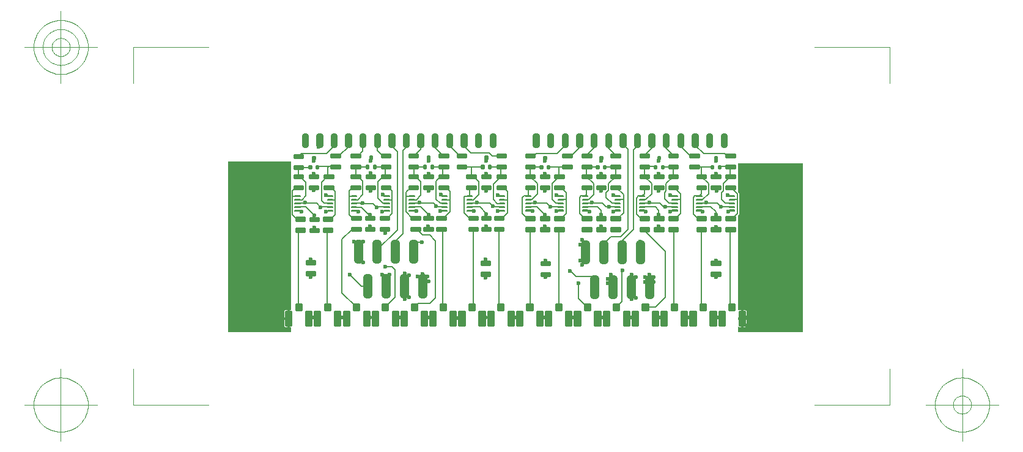
<source format=gbr>
G04 Generated by Ultiboard *
%FSLAX25Y25*%
%MOMM*%

%ADD10C,0.00100*%
%ADD11C,0.15000*%
%ADD12C,0.10000*%
%ADD13C,0.60000*%
%ADD14R,0.20000X1.20000*%
%ADD15C,0.80000*%
%ADD16R,0.60000X1.80000*%
%ADD17C,0.40000*%
%ADD18R,0.60000X0.65000*%
%ADD19R,1.05867X0.27534*%
%ADD20C,0.42316*%
%ADD21R,0.20000X2.30000*%
%ADD22C,1.00000*%
%ADD23C,2.70916*%
%ADD24R,0.10000X0.20000*%
%ADD25R,0.70000X0.10000*%
%ADD26C,0.20000*%


%LNCopper Top*%
%LPD*%
%FSLAX25Y25*%
%MOMM*%
G54D10*
X25450Y2374550D02*
X445000Y2374550D01*
X445000Y2374550D02*
X445000Y1190000D01*
X445000Y1190000D02*
X25450Y1190000D01*
X25450Y1190000D02*
X25450Y2374550D01*
G36*
X25450Y2374550D02*
X445000Y2374550D01*
X445000Y1190000D01*
X25450Y1190000D01*
X25450Y2374550D01*
G37*
X25450Y2374550D02*
X445000Y2374550D01*
X445000Y2374550D02*
X445000Y1190000D01*
X445000Y1190000D02*
X25450Y1190000D01*
X25450Y1190000D02*
X25450Y2374550D01*
X445000Y2374550D02*
X890000Y2374550D01*
X890000Y2374550D02*
X890000Y1986233D01*
X890000Y1986233D02*
X888750Y1984983D01*
X888750Y1984983D02*
X888750Y1633617D01*
X888750Y1633617D02*
X890000Y1632367D01*
X890000Y1632367D02*
X890000Y1190000D01*
X890000Y1190000D02*
X445000Y1190000D01*
X445000Y1190000D02*
X445000Y2374550D01*
G36*
X445000Y1984983D02*
X445000Y2374550D01*
X890000Y2374550D01*
X890000Y1986233D01*
X888750Y1984983D01*
X445000Y1984983D01*
G37*
X445000Y1984983D02*
X445000Y2374550D01*
X445000Y2374550D02*
X890000Y2374550D01*
X890000Y2374550D02*
X890000Y1986233D01*
X890000Y1986233D02*
X888750Y1984983D01*
X888750Y1984983D02*
X445000Y1984983D01*
G36*
X888750Y1190000D02*
X888750Y1633617D01*
X890000Y1632367D01*
X890000Y1190000D01*
X888750Y1190000D01*
G37*
X888750Y1190000D02*
X888750Y1633617D01*
X888750Y1633617D02*
X890000Y1632367D01*
X890000Y1632367D02*
X890000Y1190000D01*
X890000Y1190000D02*
X888750Y1190000D01*
G36*
X888750Y1190000D02*
X445000Y1190000D01*
X445000Y1984983D01*
X888750Y1984983D01*
X888750Y1190000D01*
G37*
X888750Y1190000D02*
X445000Y1190000D01*
X445000Y1190000D02*
X445000Y1984983D01*
X445000Y1984983D02*
X888750Y1984983D01*
X888750Y1984983D02*
X888750Y1190000D01*
X890000Y332650D02*
X871430Y332650D01*
X871430Y332650D02*
X871430Y312118D01*
X871430Y312118D02*
X849171Y312118D01*
X849171Y312118D02*
X849171Y332650D01*
X849171Y332650D02*
X815782Y332650D01*
X815782Y332650D02*
X795250Y312118D01*
X795250Y312118D02*
X445000Y312118D01*
X445000Y312118D02*
X445000Y1190000D01*
X445000Y1190000D02*
X890000Y1190000D01*
X890000Y1190000D02*
X890000Y332650D01*
G36*
X871430Y332650D02*
X871430Y312118D01*
X849171Y312118D01*
X849171Y332650D01*
X871430Y332650D01*
G37*
X871430Y332650D02*
X871430Y312118D01*
X871430Y312118D02*
X849171Y312118D01*
X849171Y312118D02*
X849171Y332650D01*
X849171Y332650D02*
X871430Y332650D01*
G36*
X445000Y332650D02*
X815782Y332650D01*
X795250Y312118D01*
X445000Y312118D01*
X445000Y332650D01*
G37*
X445000Y332650D02*
X815782Y332650D01*
X815782Y332650D02*
X795250Y312118D01*
X795250Y312118D02*
X445000Y312118D01*
X445000Y312118D02*
X445000Y332650D01*
G36*
X445000Y332650D02*
X445000Y1190000D01*
X890000Y1190000D01*
X890000Y332650D01*
X445000Y332650D01*
G37*
X445000Y332650D02*
X445000Y1190000D01*
X445000Y1190000D02*
X890000Y1190000D01*
X890000Y1190000D02*
X890000Y332650D01*
X890000Y332650D02*
X445000Y332650D01*
X871430Y312118D02*
X871430Y218730D01*
X871430Y218730D02*
X890000Y218730D01*
X890000Y218730D02*
X890000Y196471D01*
X890000Y196471D02*
X871430Y196471D01*
X871430Y196471D02*
X871430Y103082D01*
X871430Y103082D02*
X849171Y103082D01*
X849171Y103082D02*
X849171Y196471D01*
X849171Y196471D02*
X795250Y196471D01*
X795250Y196471D02*
X795250Y103082D01*
X795250Y103082D02*
X445000Y103082D01*
X445000Y103082D02*
X445000Y312118D01*
X445000Y312118D02*
X795250Y312118D01*
X795250Y312118D02*
X795250Y218730D01*
X795250Y218730D02*
X849171Y218730D01*
X849171Y218730D02*
X849171Y312118D01*
X849171Y312118D02*
X871430Y312118D01*
G36*
X871430Y218730D02*
X890000Y218730D01*
X890000Y196471D01*
X871430Y196471D01*
X871430Y218730D01*
G37*
X871430Y218730D02*
X890000Y218730D01*
X890000Y218730D02*
X890000Y196471D01*
X890000Y196471D02*
X871430Y196471D01*
X871430Y196471D02*
X871430Y218730D01*
G36*
X849171Y312118D02*
X871430Y312118D01*
X871430Y103082D01*
X849171Y103082D01*
X849171Y312118D01*
G37*
X849171Y312118D02*
X871430Y312118D01*
X871430Y312118D02*
X871430Y103082D01*
X871430Y103082D02*
X849171Y103082D01*
X849171Y103082D02*
X849171Y312118D01*
G36*
X445000Y196471D02*
X795250Y196471D01*
X795250Y103082D01*
X445000Y103082D01*
X445000Y196471D01*
G37*
X445000Y196471D02*
X795250Y196471D01*
X795250Y196471D02*
X795250Y103082D01*
X795250Y103082D02*
X445000Y103082D01*
X445000Y103082D02*
X445000Y196471D01*
G36*
X795250Y196471D02*
X795250Y218730D01*
X849171Y218730D01*
X849171Y196471D01*
X795250Y196471D01*
G37*
X795250Y196471D02*
X795250Y218730D01*
X795250Y218730D02*
X849171Y218730D01*
X849171Y218730D02*
X849171Y196471D01*
X849171Y196471D02*
X795250Y196471D01*
G36*
X795250Y196471D02*
X445000Y196471D01*
X445000Y312118D01*
X795250Y312118D01*
X795250Y196471D01*
G37*
X795250Y196471D02*
X445000Y196471D01*
X445000Y196471D02*
X445000Y312118D01*
X445000Y312118D02*
X795250Y312118D01*
X795250Y312118D02*
X795250Y196471D01*
X795250Y103082D02*
X815782Y82550D01*
X815782Y82550D02*
X849171Y82550D01*
X849171Y82550D02*
X849171Y103082D01*
X849171Y103082D02*
X871430Y103082D01*
X871430Y103082D02*
X871430Y82550D01*
X871430Y82550D02*
X890000Y82550D01*
X890000Y82550D02*
X890000Y25450D01*
X890000Y25450D02*
X445000Y25450D01*
X445000Y25450D02*
X445000Y103082D01*
X445000Y103082D02*
X795250Y103082D01*
G36*
X815782Y25450D02*
X445000Y25450D01*
X445000Y103082D01*
X795250Y103082D01*
X815782Y82550D01*
X815782Y25450D01*
G37*
X815782Y25450D02*
X445000Y25450D01*
X445000Y25450D02*
X445000Y103082D01*
X445000Y103082D02*
X795250Y103082D01*
X795250Y103082D02*
X815782Y82550D01*
X815782Y82550D02*
X815782Y25450D01*
G36*
X849171Y82550D02*
X849171Y103082D01*
X871430Y103082D01*
X871430Y82550D01*
X849171Y82550D01*
G37*
X849171Y82550D02*
X849171Y103082D01*
X849171Y103082D02*
X871430Y103082D01*
X871430Y103082D02*
X871430Y82550D01*
X871430Y82550D02*
X849171Y82550D01*
G36*
X890000Y82550D02*
X890000Y25450D01*
X815782Y25450D01*
X815782Y82550D01*
X890000Y82550D01*
G37*
X890000Y82550D02*
X890000Y25450D01*
X890000Y25450D02*
X815782Y25450D01*
X815782Y25450D02*
X815782Y82550D01*
X815782Y82550D02*
X890000Y82550D01*
X25450Y25450D02*
X25450Y1190000D01*
X25450Y1190000D02*
X445000Y1190000D01*
X445000Y1190000D02*
X445000Y25450D01*
X445000Y25450D02*
X25450Y25450D01*
G36*
X25450Y25450D02*
X25450Y1190000D01*
X445000Y1190000D01*
X445000Y25450D01*
X25450Y25450D01*
G37*
X25450Y25450D02*
X25450Y1190000D01*
X25450Y1190000D02*
X445000Y1190000D01*
X445000Y1190000D02*
X445000Y25450D01*
X445000Y25450D02*
X25450Y25450D01*
X7090000Y1633867D02*
X7105550Y1649417D01*
X7105550Y1649417D02*
X7105550Y1940583D01*
X7105550Y1940583D02*
X7090000Y1956133D01*
X7090000Y1956133D02*
X7090000Y2354550D01*
X7090000Y2354550D02*
X7535000Y2354550D01*
X7535000Y2354550D02*
X7535000Y1190000D01*
X7535000Y1190000D02*
X7090000Y1190000D01*
X7090000Y1190000D02*
X7090000Y1633867D01*
G36*
X7535000Y1649417D02*
X7535000Y1190000D01*
X7090000Y1190000D01*
X7090000Y1633867D01*
X7105550Y1649417D01*
X7535000Y1649417D01*
G37*
X7535000Y1649417D02*
X7535000Y1190000D01*
X7535000Y1190000D02*
X7090000Y1190000D01*
X7090000Y1190000D02*
X7090000Y1633867D01*
X7090000Y1633867D02*
X7105550Y1649417D01*
X7105550Y1649417D02*
X7535000Y1649417D01*
G36*
X7105550Y2354550D02*
X7105550Y1940583D01*
X7090000Y1956133D01*
X7090000Y2354550D01*
X7105550Y2354550D01*
G37*
X7105550Y2354550D02*
X7105550Y1940583D01*
X7105550Y1940583D02*
X7090000Y1956133D01*
X7090000Y1956133D02*
X7090000Y2354550D01*
X7090000Y2354550D02*
X7105550Y2354550D01*
G36*
X7105550Y2354550D02*
X7535000Y2354550D01*
X7535000Y1649417D01*
X7105550Y1649417D01*
X7105550Y2354550D01*
G37*
X7105550Y2354550D02*
X7535000Y2354550D01*
X7535000Y2354550D02*
X7535000Y1649417D01*
X7535000Y1649417D02*
X7105550Y1649417D01*
X7105550Y1649417D02*
X7105550Y2354550D01*
X7974550Y2354550D02*
X7974550Y1190000D01*
X7974550Y1190000D02*
X7535000Y1190000D01*
X7535000Y1190000D02*
X7535000Y2354550D01*
X7535000Y2354550D02*
X7974550Y2354550D01*
G36*
X7974550Y2354550D02*
X7974550Y1190000D01*
X7535000Y1190000D01*
X7535000Y2354550D01*
X7974550Y2354550D01*
G37*
X7974550Y2354550D02*
X7974550Y1190000D01*
X7974550Y1190000D02*
X7535000Y1190000D01*
X7535000Y1190000D02*
X7535000Y2354550D01*
X7535000Y2354550D02*
X7974550Y2354550D01*
X7204750Y312118D02*
X7184218Y332650D01*
X7184218Y332650D02*
X7150830Y332650D01*
X7150830Y332650D02*
X7150830Y312118D01*
X7150830Y312118D02*
X7128571Y312118D01*
X7128571Y312118D02*
X7128571Y332650D01*
X7128571Y332650D02*
X7095182Y332650D01*
X7095182Y332650D02*
X7090000Y327468D01*
X7090000Y327468D02*
X7090000Y1190000D01*
X7090000Y1190000D02*
X7535000Y1190000D01*
X7535000Y1190000D02*
X7535000Y312118D01*
X7535000Y312118D02*
X7204750Y312118D01*
G36*
X7184218Y1190000D02*
X7535000Y1190000D01*
X7535000Y312118D01*
X7204750Y312118D01*
X7184218Y332650D01*
X7184218Y1190000D01*
G37*
X7184218Y1190000D02*
X7535000Y1190000D01*
X7535000Y1190000D02*
X7535000Y312118D01*
X7535000Y312118D02*
X7204750Y312118D01*
X7204750Y312118D02*
X7184218Y332650D01*
X7184218Y332650D02*
X7184218Y1190000D01*
G36*
X7150830Y332650D02*
X7150830Y312118D01*
X7128571Y312118D01*
X7128571Y332650D01*
X7150830Y332650D01*
G37*
X7150830Y332650D02*
X7150830Y312118D01*
X7150830Y312118D02*
X7128571Y312118D01*
X7128571Y312118D02*
X7128571Y332650D01*
X7128571Y332650D02*
X7150830Y332650D01*
G36*
X7090000Y332650D02*
X7095182Y332650D01*
X7090000Y327468D01*
X7090000Y332650D01*
G37*
X7090000Y332650D02*
X7095182Y332650D01*
X7095182Y332650D02*
X7090000Y327468D01*
X7090000Y327468D02*
X7090000Y332650D01*
G36*
X7090000Y332650D02*
X7090000Y1190000D01*
X7184218Y1190000D01*
X7184218Y332650D01*
X7090000Y332650D01*
G37*
X7090000Y332650D02*
X7090000Y1190000D01*
X7090000Y1190000D02*
X7184218Y1190000D01*
X7184218Y1190000D02*
X7184218Y332650D01*
X7184218Y332650D02*
X7090000Y332650D01*
X7150830Y312118D02*
X7150830Y218730D01*
X7150830Y218730D02*
X7204750Y218730D01*
X7204750Y218730D02*
X7204750Y312118D01*
X7204750Y312118D02*
X7535000Y312118D01*
X7535000Y312118D02*
X7535000Y103082D01*
X7535000Y103082D02*
X7204750Y103082D01*
X7204750Y103082D02*
X7204750Y196471D01*
X7204750Y196471D02*
X7150830Y196471D01*
X7150830Y196471D02*
X7150830Y103082D01*
X7150830Y103082D02*
X7128571Y103082D01*
X7128571Y103082D02*
X7128571Y196471D01*
X7128571Y196471D02*
X7090000Y196471D01*
X7090000Y196471D02*
X7090000Y218730D01*
X7090000Y218730D02*
X7128571Y218730D01*
X7128571Y218730D02*
X7128571Y312118D01*
X7128571Y312118D02*
X7150830Y312118D01*
G36*
X7535000Y218730D02*
X7204750Y218730D01*
X7204750Y312118D01*
X7535000Y312118D01*
X7535000Y218730D01*
G37*
X7535000Y218730D02*
X7204750Y218730D01*
X7204750Y218730D02*
X7204750Y312118D01*
X7204750Y312118D02*
X7535000Y312118D01*
X7535000Y312118D02*
X7535000Y218730D01*
G36*
X7128571Y196471D02*
X7090000Y196471D01*
X7090000Y218730D01*
X7128571Y218730D01*
X7128571Y196471D01*
G37*
X7128571Y196471D02*
X7090000Y196471D01*
X7090000Y196471D02*
X7090000Y218730D01*
X7090000Y218730D02*
X7128571Y218730D01*
X7128571Y218730D02*
X7128571Y196471D01*
G36*
X7128571Y312118D02*
X7150830Y312118D01*
X7150830Y103082D01*
X7128571Y103082D01*
X7128571Y312118D01*
G37*
X7128571Y312118D02*
X7150830Y312118D01*
X7150830Y312118D02*
X7150830Y103082D01*
X7150830Y103082D02*
X7128571Y103082D01*
X7128571Y103082D02*
X7128571Y312118D01*
G36*
X7204750Y218730D02*
X7204750Y196471D01*
X7150830Y196471D01*
X7150830Y218730D01*
X7204750Y218730D01*
G37*
X7204750Y218730D02*
X7204750Y196471D01*
X7204750Y196471D02*
X7150830Y196471D01*
X7150830Y196471D02*
X7150830Y218730D01*
X7150830Y218730D02*
X7204750Y218730D01*
G36*
X7204750Y218730D02*
X7535000Y218730D01*
X7535000Y103082D01*
X7204750Y103082D01*
X7204750Y218730D01*
G37*
X7204750Y218730D02*
X7535000Y218730D01*
X7535000Y218730D02*
X7535000Y103082D01*
X7535000Y103082D02*
X7204750Y103082D01*
X7204750Y103082D02*
X7204750Y218730D01*
X7090000Y87732D02*
X7095182Y82550D01*
X7095182Y82550D02*
X7128571Y82550D01*
X7128571Y82550D02*
X7128571Y103082D01*
X7128571Y103082D02*
X7150830Y103082D01*
X7150830Y103082D02*
X7150830Y82550D01*
X7150830Y82550D02*
X7184218Y82550D01*
X7184218Y82550D02*
X7204750Y103082D01*
X7204750Y103082D02*
X7535000Y103082D01*
X7535000Y103082D02*
X7535000Y25450D01*
X7535000Y25450D02*
X7090000Y25450D01*
X7090000Y25450D02*
X7090000Y87732D01*
G36*
X7095182Y25450D02*
X7090000Y25450D01*
X7090000Y87732D01*
X7095182Y82550D01*
X7095182Y25450D01*
G37*
X7095182Y25450D02*
X7090000Y25450D01*
X7090000Y25450D02*
X7090000Y87732D01*
X7090000Y87732D02*
X7095182Y82550D01*
X7095182Y82550D02*
X7095182Y25450D01*
G36*
X7128571Y82550D02*
X7128571Y103082D01*
X7150830Y103082D01*
X7150830Y82550D01*
X7128571Y82550D01*
G37*
X7128571Y82550D02*
X7128571Y103082D01*
X7128571Y103082D02*
X7150830Y103082D01*
X7150830Y103082D02*
X7150830Y82550D01*
X7150830Y82550D02*
X7128571Y82550D01*
G36*
X7535000Y82550D02*
X7184218Y82550D01*
X7204750Y103082D01*
X7535000Y103082D01*
X7535000Y82550D01*
G37*
X7535000Y82550D02*
X7184218Y82550D01*
X7184218Y82550D02*
X7204750Y103082D01*
X7204750Y103082D02*
X7535000Y103082D01*
X7535000Y103082D02*
X7535000Y82550D01*
G36*
X7535000Y82550D02*
X7535000Y25450D01*
X7095182Y25450D01*
X7095182Y82550D01*
X7535000Y82550D01*
G37*
X7535000Y82550D02*
X7535000Y25450D01*
X7535000Y25450D02*
X7095182Y25450D01*
X7095182Y25450D02*
X7095182Y82550D01*
X7095182Y82550D02*
X7535000Y82550D01*
X7974550Y1190000D02*
X7974550Y25450D01*
X7974550Y25450D02*
X7535000Y25450D01*
X7535000Y25450D02*
X7535000Y1190000D01*
X7535000Y1190000D02*
X7974550Y1190000D01*
G36*
X7974550Y1190000D02*
X7974550Y25450D01*
X7535000Y25450D01*
X7535000Y1190000D01*
X7974550Y1190000D01*
G37*
X7974550Y1190000D02*
X7974550Y25450D01*
X7974550Y25450D02*
X7535000Y25450D01*
X7535000Y25450D02*
X7535000Y1190000D01*
X7535000Y1190000D02*
X7974550Y1190000D01*
G54D11*
X6290000Y2590000D02*
X6420000Y2460000D01*
X3090000Y2600000D02*
X3233000Y2457000D01*
X1600000Y1300000D02*
X1600000Y560000D01*
X1600000Y560000D02*
X1800000Y360000D01*
X1741000Y1441000D02*
X1600000Y1300000D01*
X1690000Y2580000D02*
X1570000Y2460000D01*
X1511200Y1644200D02*
X1447700Y1580700D01*
X1012600Y1593400D02*
X1025300Y1580700D01*
X965100Y1593400D02*
X1012600Y1593400D01*
X914300Y1644200D02*
X965100Y1593400D01*
X1447700Y1580700D02*
X1406300Y1580700D01*
X1220000Y1630000D02*
X1220000Y1580000D01*
X1000000Y360000D02*
X1000000Y1403000D01*
X1400000Y360000D02*
X1400000Y1422000D01*
X1000000Y1403000D02*
X1025300Y1428300D01*
X1400000Y1422000D02*
X1406300Y1428300D01*
X1101800Y1748200D02*
X1220000Y1630000D01*
X987200Y1798200D02*
X1255600Y1798200D01*
X965100Y2025200D02*
X914300Y1974400D01*
X1104800Y2088700D02*
X1104800Y1905500D01*
X999900Y2025200D02*
X965100Y2025200D01*
X914300Y1898200D02*
X914300Y1644200D01*
X914300Y1902593D02*
X918693Y1898200D01*
X987200Y1898200D02*
X918693Y1898200D01*
X914300Y1974400D02*
X914300Y1902593D01*
X1104800Y1905500D02*
X1047500Y1848200D01*
X1047500Y1848200D02*
X987200Y1848200D01*
X987200Y1748200D02*
X1101800Y1748200D01*
X1000000Y2297600D02*
X1000000Y2177700D01*
X1150000Y2290000D02*
X1007600Y2290000D01*
X1007600Y2290000D02*
X1000000Y2297600D01*
X1015900Y2177600D02*
X1104800Y2088700D01*
X999900Y2177600D02*
X1015900Y2177600D01*
X1458000Y2017600D02*
X1511200Y1964400D01*
X1458000Y2017600D02*
X1458000Y2027600D01*
X1318000Y2088000D02*
X1318000Y1837400D01*
X1437200Y1848200D02*
X1510400Y1848200D01*
X1437200Y1748200D02*
X1310400Y1748200D01*
X1437200Y1798200D02*
X1357200Y1798200D01*
X1511200Y1964400D02*
X1511200Y1644200D01*
X1255600Y1798200D02*
X1308000Y1745800D01*
X1357200Y1798200D02*
X1318000Y1837400D01*
X1460000Y2307600D02*
X1267600Y2307600D01*
X1410000Y2295700D02*
X1421900Y2307600D01*
X1410000Y2180000D02*
X1410000Y2295700D01*
X1267600Y2307600D02*
X1250000Y2290000D01*
X1410000Y2027600D02*
X1419900Y2027600D01*
X1318000Y2088000D02*
X1410000Y2180000D01*
X1211800Y2489700D02*
X1039700Y2489700D01*
X1390700Y2489700D02*
X1211800Y2489700D01*
X1039700Y2489700D02*
X1000000Y2450000D01*
X1490000Y2589000D02*
X1490000Y2639000D01*
X1570000Y2460000D02*
X1510000Y2460000D01*
X1490000Y2589000D02*
X1390700Y2489700D01*
X3009800Y1593400D02*
X3098700Y1682300D01*
X2374800Y1430000D02*
X2374800Y2512100D01*
X2298600Y1656900D02*
X2235100Y1593400D01*
X1752500Y1593400D02*
X1797800Y1593400D01*
X1701700Y1644200D02*
X1752500Y1593400D01*
X2235100Y1593400D02*
X2191500Y1593400D01*
X2621400Y1593400D02*
X2578000Y1593400D01*
X2977000Y1593400D02*
X3009800Y1593400D01*
X1988300Y1593400D02*
X1988300Y1638300D01*
X2800000Y1640000D02*
X2800000Y1594200D01*
X2445600Y1374600D02*
X2445600Y2527800D01*
X2578000Y1593400D02*
X2491800Y1679600D01*
X2460300Y207600D02*
X2339700Y207600D01*
X2445600Y1374600D02*
X2341000Y1270000D01*
X2341000Y1229400D02*
X2374800Y1263200D01*
X2374800Y1430000D02*
X2370000Y1430000D01*
X1870000Y650000D02*
X1710000Y810000D01*
X2340000Y500000D02*
X2340000Y880000D01*
X1960000Y650000D02*
X1960000Y690000D01*
X1960000Y650000D02*
X1870000Y650000D01*
X2200000Y360000D02*
X2340000Y500000D01*
X2039100Y1441000D02*
X1988300Y1441000D01*
X1797800Y1441000D02*
X1741000Y1441000D01*
X2370000Y1430000D02*
X2087000Y1147000D01*
X2341000Y1270000D02*
X2341000Y1130000D01*
X2087000Y1130000D02*
X2050800Y1130000D01*
X2087000Y1147000D02*
X2087000Y1130000D01*
X2200000Y920000D02*
X2300000Y920000D01*
X2340000Y880000D02*
X2305000Y915000D01*
X2200000Y1432500D02*
X2191500Y1441000D01*
X2050800Y1429300D02*
X2039100Y1441000D01*
X3000000Y1418000D02*
X3000000Y360000D01*
X2900000Y490000D02*
X2900000Y1280000D01*
X2650000Y410000D02*
X2820000Y410000D01*
X2820000Y410000D02*
X2900000Y490000D01*
X2600000Y360000D02*
X2650000Y410000D01*
X2720000Y1360000D02*
X2820000Y1360000D01*
X2820000Y1360000D02*
X2900000Y1280000D01*
X2595000Y1224400D02*
X2595000Y1130000D01*
X2630300Y1259700D02*
X2595000Y1224400D01*
X2603400Y1423000D02*
X2621400Y1441000D01*
X2569600Y1246200D02*
X2595000Y1246200D01*
X2710000Y1259700D02*
X2630300Y1259700D01*
X2621400Y1441000D02*
X2639000Y1441000D01*
X2639000Y1441000D02*
X2720000Y1360000D01*
X3000000Y1418000D02*
X2977000Y1441000D01*
X2374800Y2512100D02*
X2290000Y2596900D01*
X2030000Y1796600D02*
X1880000Y1796600D01*
X1968300Y1648900D02*
X1988300Y1648900D01*
X1752500Y2025200D02*
X1701700Y1974400D01*
X1892200Y2108700D02*
X1892200Y1918200D01*
X1797800Y2025200D02*
X1752500Y2025200D01*
X1772400Y1798200D02*
X1865200Y1798200D01*
X1701700Y1898200D02*
X1701700Y1644200D01*
X1701700Y1902593D02*
X1706093Y1898200D01*
X1772400Y1898200D02*
X1706093Y1898200D01*
X1701700Y1974400D02*
X1701700Y1902593D01*
X1892200Y1918200D02*
X1821400Y1847400D01*
X1821400Y1847400D02*
X1773200Y1847400D01*
X1968300Y1648900D02*
X1871400Y1745800D01*
X1871400Y1745800D02*
X1774800Y1745800D01*
X1880000Y1796600D02*
X1866800Y1796600D01*
X1797800Y2304600D02*
X1797800Y2177600D01*
X1950200Y2304600D02*
X1797800Y2304600D01*
X1823300Y2177600D02*
X1892200Y2108700D01*
X1797800Y2177600D02*
X1823300Y2177600D01*
X2100000Y1870000D02*
X2100000Y2100000D01*
X2242400Y2025200D02*
X2298600Y1969000D01*
X2242400Y2025200D02*
X2222400Y2025200D01*
X2222400Y1848200D02*
X2297800Y1848200D01*
X2222400Y1748200D02*
X2078400Y1748200D01*
X2078400Y1748200D02*
X2030000Y1796600D01*
X2222400Y1798200D02*
X2171800Y1798200D01*
X2171800Y1798200D02*
X2100000Y1870000D01*
X2298600Y1969000D02*
X2298600Y1656900D01*
X2031900Y1796600D02*
X2030000Y1796600D01*
X2204200Y2177600D02*
X2204200Y2304600D01*
X2204200Y2177600D02*
X2184300Y2177600D01*
X2204200Y2304600D02*
X2050200Y2304600D01*
X2100000Y2100000D02*
X2170000Y2170000D01*
X2170000Y2170000D02*
X2210000Y2170000D01*
X1828700Y2457000D02*
X1890000Y2518300D01*
X1797800Y2457000D02*
X1828700Y2457000D01*
X1890000Y2518300D02*
X1890000Y2670000D01*
X1690000Y2670000D02*
X1690000Y2580000D01*
X2290000Y2670000D02*
X2290000Y2596900D01*
X2204200Y2457000D02*
X2171600Y2457000D01*
X2171600Y2457000D02*
X2095400Y2533200D01*
X2095400Y2533200D02*
X2095400Y2664600D01*
X2095400Y2664600D02*
X2090000Y2670000D01*
X2570600Y1798200D02*
X2868500Y1798200D01*
X2691800Y1748200D02*
X2800000Y1640000D01*
X2692300Y1910900D02*
X2692300Y2094000D01*
X2594200Y2023400D02*
X2596000Y2025200D01*
X2563400Y2023400D02*
X2594200Y2023400D01*
X2491800Y1951800D02*
X2563400Y2023400D01*
X2629600Y1848200D02*
X2692300Y1910900D01*
X2570600Y1848200D02*
X2629600Y1848200D01*
X2570600Y1748200D02*
X2691800Y1748200D01*
X2491800Y1679600D02*
X2491800Y1898200D01*
X2491800Y1902593D02*
X2496193Y1898200D01*
X2491800Y1902593D02*
X2491800Y1951800D01*
X2570600Y1898200D02*
X2496193Y1898200D01*
X2596000Y2304600D02*
X2596000Y2177600D01*
X2692300Y2094000D02*
X2596000Y2190300D01*
X2748400Y2304600D02*
X2596000Y2304600D01*
X3098700Y1964300D02*
X3045400Y2017600D01*
X3045400Y2017600D02*
X3010000Y2017600D01*
X2908200Y2103600D02*
X2908200Y1854700D01*
X3020600Y1848200D02*
X3097900Y1848200D01*
X3020600Y1748200D02*
X2918500Y1748200D01*
X2918500Y1748200D02*
X2868500Y1798200D01*
X3098700Y1682300D02*
X3098700Y1964300D01*
X2964700Y1798200D02*
X2908200Y1854700D01*
X2964700Y1798200D02*
X3020600Y1798200D01*
X3000000Y2307600D02*
X3000000Y2170000D01*
X3000000Y2307600D02*
X2997000Y2304600D01*
X2997000Y2304600D02*
X2848400Y2304600D01*
X3000000Y2195400D02*
X2908200Y2103600D01*
X2596000Y2457000D02*
X2690000Y2551000D01*
X2689500Y2550500D02*
X2689500Y2669500D01*
X2490000Y2572200D02*
X2445600Y2527800D01*
X2998400Y2460000D02*
X2890000Y2568400D01*
X2998400Y2460000D02*
X3000000Y2460000D01*
X3090000Y2600000D02*
X3090000Y2670000D01*
X4780000Y2460000D02*
X4890000Y2570000D01*
X4840000Y790000D02*
X4760000Y870000D01*
X3891400Y1669600D02*
X3815200Y1593400D01*
X3370700Y1593400D02*
X3421500Y1593400D01*
X3294500Y1669600D02*
X3370700Y1593400D01*
X3599300Y1669600D02*
X3599300Y1593400D01*
X3815200Y1593400D02*
X3777100Y1593400D01*
X4640000Y1590000D02*
X4610000Y1590000D01*
X4170000Y1590000D02*
X4210000Y1590000D01*
X4410000Y1640000D02*
X4410000Y1590000D01*
X4710000Y1660000D02*
X4640000Y1590000D01*
X4100000Y1660000D02*
X4170000Y1590000D01*
X3777100Y1441000D02*
X3777100Y392900D01*
X3421500Y1441000D02*
X3421500Y381500D01*
X4210000Y1437600D02*
X4210000Y370000D01*
X4610000Y1437600D02*
X4610000Y370000D01*
X4210000Y370000D02*
X4200000Y360000D01*
X4610000Y370000D02*
X4600000Y360000D01*
X3510700Y1748200D02*
X3599300Y1659600D01*
X3648900Y1799300D02*
X3469600Y1799300D01*
X3497700Y2101400D02*
X3497700Y1923600D01*
X3370700Y1999800D02*
X3370700Y1898200D01*
X3370700Y1999800D02*
X3396100Y2025200D01*
X3497700Y1923600D02*
X3422300Y1848200D01*
X3370700Y1798200D02*
X3458000Y1798200D01*
X3422300Y1848200D02*
X3370700Y1848200D01*
X3370700Y1748200D02*
X3510700Y1748200D01*
X3298893Y1898200D02*
X3294500Y1893807D01*
X3294500Y1893807D02*
X3294500Y1669600D01*
X3370700Y1898200D02*
X3298893Y1898200D01*
X3396100Y2203000D02*
X3497700Y2101400D01*
X3548500Y2304600D02*
X3263000Y2304600D01*
X3263000Y2304600D02*
X3260000Y2307600D01*
X3396100Y2177600D02*
X3396100Y2300700D01*
X3396100Y2300700D02*
X3400000Y2304600D01*
X3840600Y2012500D02*
X3891400Y1961700D01*
X3840600Y2012500D02*
X3802500Y2012500D01*
X3777100Y2025200D02*
X3789800Y2025200D01*
X3700900Y2063300D02*
X3700900Y1951700D01*
X3820700Y1848200D02*
X3890600Y1848200D01*
X3891400Y1961700D02*
X3891400Y1669600D01*
X3751700Y1796600D02*
X3819100Y1796600D01*
X3820700Y1748200D02*
X3700000Y1748200D01*
X3700000Y1748200D02*
X3648900Y1799300D01*
X3698200Y1949000D02*
X3698200Y1850100D01*
X3700900Y1951700D02*
X3698200Y1949000D01*
X3698200Y1850100D02*
X3751700Y1796600D01*
X3802500Y2177600D02*
X3802500Y2304600D01*
X3648500Y2304600D02*
X3802500Y2304600D01*
X3802500Y2164900D02*
X3700900Y2063300D01*
X3386800Y2493200D02*
X3644800Y2493200D01*
X3233000Y2457000D02*
X3303000Y2457000D01*
X3290000Y2590000D02*
X3386800Y2493200D01*
X3290000Y2590000D02*
X3290000Y2670000D01*
X3644800Y2493200D02*
X3681000Y2457000D01*
X3681000Y2457000D02*
X3802500Y2457000D01*
X4180000Y1800000D02*
X4440000Y1800000D01*
X4300000Y1750000D02*
X4410000Y1640000D01*
X4180000Y1900000D02*
X4180000Y1987600D01*
X4180000Y1987600D02*
X4210000Y2017600D01*
X4310000Y2070000D02*
X4310000Y1930000D01*
X4180000Y1750000D02*
X4300000Y1750000D01*
X4120000Y1900000D02*
X4100000Y1880000D01*
X4180000Y1900000D02*
X4120000Y1900000D01*
X4100000Y1880000D02*
X4100000Y1660000D01*
X4310000Y1930000D02*
X4230000Y1850000D01*
X4230000Y1850000D02*
X4180000Y1850000D01*
X4210000Y2170000D02*
X4310000Y2070000D01*
X4360000Y2300000D02*
X4217600Y2300000D01*
X4217600Y2300000D02*
X4210000Y2307600D01*
X4210000Y2307600D02*
X4210000Y2170000D01*
X4610000Y2017600D02*
X4642400Y2017600D01*
X4510000Y1960000D02*
X4510000Y2070000D01*
X4642400Y2017600D02*
X4710000Y1950000D01*
X4560000Y1800000D02*
X4630000Y1800000D01*
X4440000Y1800000D02*
X4490000Y1750000D01*
X4490000Y1750000D02*
X4630000Y1750000D01*
X4710000Y1850000D02*
X4710000Y1660000D01*
X4710000Y1854393D02*
X4705607Y1850000D01*
X4630000Y1850000D02*
X4705607Y1850000D01*
X4710000Y1950000D02*
X4710000Y1854393D01*
X4510000Y1960000D02*
X4510000Y1850000D01*
X4510000Y1850000D02*
X4560000Y1800000D01*
X4610000Y2170000D02*
X4510000Y2070000D01*
X4460000Y2300000D02*
X4712400Y2300000D01*
X4712400Y2300000D02*
X4720000Y2307600D01*
X4610000Y2300000D02*
X4610000Y2170000D01*
X4290000Y2490000D02*
X4510000Y2490000D01*
X4210000Y2460000D02*
X4260000Y2460000D01*
X4260000Y2460000D02*
X4290000Y2490000D01*
X4690000Y2600000D02*
X4690000Y2670000D01*
X4510000Y2490000D02*
X4580000Y2490000D01*
X4580000Y2490000D02*
X4690000Y2600000D01*
X4960000Y1590000D02*
X4990000Y1590000D01*
X5420000Y1590000D02*
X5390000Y1590000D01*
X5190000Y1700000D02*
X5190000Y1590000D01*
X6220000Y1590000D02*
X6190000Y1590000D01*
X5990000Y1700000D02*
X5990000Y1590000D01*
X5560000Y2550000D02*
X5560000Y1440000D01*
X5640000Y2540000D02*
X5640000Y1439000D01*
X6290000Y1660000D02*
X6220000Y1590000D01*
X5680000Y1650000D02*
X5740000Y1590000D01*
X5740000Y1590000D02*
X5790000Y1590000D01*
X5500000Y1670000D02*
X5420000Y1590000D01*
X4890000Y1660000D02*
X4960000Y1590000D01*
X5640000Y1439000D02*
X5481000Y1280000D01*
X5480000Y440000D02*
X5480000Y860000D01*
X5075607Y790000D02*
X5100000Y765607D01*
X5075607Y790000D02*
X4840000Y790000D01*
X4980000Y380000D02*
X4880000Y480000D01*
X4980000Y380000D02*
X5000000Y380000D01*
X5100000Y765607D02*
X5100000Y640000D01*
X4880000Y480000D02*
X4880000Y690000D01*
X5400000Y360000D02*
X5480000Y440000D01*
X5227000Y1237000D02*
X5227000Y1120000D01*
X5481000Y1280000D02*
X5481000Y1120000D01*
X5480000Y860000D02*
X5490000Y870000D01*
X5330000Y1340000D02*
X5227000Y1237000D01*
X5560000Y1440000D02*
X5460000Y1340000D01*
X5460000Y1340000D02*
X5330000Y1340000D01*
X6200000Y1427600D02*
X6200000Y360000D01*
X6080000Y1130000D02*
X6080000Y500000D01*
X6080000Y500000D02*
X5940000Y360000D01*
X5940000Y360000D02*
X5800000Y360000D01*
X5790000Y1420000D02*
X6080000Y1130000D01*
X5790000Y1437600D02*
X5790000Y1420000D01*
X6190000Y1437600D02*
X6200000Y1427600D01*
X5140000Y1750000D02*
X5190000Y1700000D01*
X5260000Y1750000D02*
X5210000Y1800000D01*
X5210000Y1800000D02*
X4970000Y1800000D01*
X4990000Y2017600D02*
X4990000Y1920000D01*
X5090000Y2070000D02*
X5090000Y1920000D01*
X4990000Y1920000D02*
X4970000Y1900000D01*
X4970000Y1750000D02*
X5140000Y1750000D01*
X5090000Y1920000D02*
X5020000Y1850000D01*
X5020000Y1850000D02*
X4970000Y1850000D01*
X4910000Y1900000D02*
X4890000Y1880000D01*
X4970000Y1900000D02*
X4910000Y1900000D01*
X4890000Y1880000D02*
X4890000Y1660000D01*
X5140000Y2300000D02*
X4997600Y2300000D01*
X4997600Y2300000D02*
X4990000Y2307600D01*
X4990000Y2307600D02*
X4990000Y2170000D01*
X4990000Y2170000D02*
X5090000Y2070000D01*
X5390000Y2017600D02*
X5402400Y2017600D01*
X5290000Y1980000D02*
X5290000Y2070000D01*
X5260000Y1950000D02*
X5290000Y1980000D01*
X5402400Y2017600D02*
X5500000Y1920000D01*
X5420000Y1750000D02*
X5260000Y1750000D01*
X5500000Y1850000D02*
X5500000Y1670000D01*
X5500000Y1854393D02*
X5495607Y1850000D01*
X5420000Y1850000D02*
X5495607Y1850000D01*
X5500000Y1920000D02*
X5500000Y1854393D01*
X5340000Y1800000D02*
X5260000Y1880000D01*
X5420000Y1800000D02*
X5340000Y1800000D01*
X5260000Y1880000D02*
X5260000Y1950000D01*
X5240000Y2300000D02*
X5382400Y2300000D01*
X5382400Y2300000D02*
X5390000Y2307600D01*
X5390000Y2307600D02*
X5390000Y2170000D01*
X5290000Y2070000D02*
X5390000Y2170000D01*
X5090000Y2670000D02*
X5090000Y2560000D01*
X5090000Y2560000D02*
X4990000Y2460000D01*
X4890000Y2570000D02*
X4890000Y2670000D01*
X5290000Y2670000D02*
X5290000Y2560000D01*
X5290000Y2560000D02*
X5390000Y2460000D01*
X5490000Y2670000D02*
X5490000Y2620000D01*
X5490000Y2620000D02*
X5560000Y2550000D01*
X5940000Y1750000D02*
X5990000Y1700000D01*
X6050000Y1750000D02*
X6000000Y1800000D01*
X6000000Y1800000D02*
X5860000Y1800000D01*
X5790000Y2017600D02*
X5790000Y1930000D01*
X5890000Y2070000D02*
X5890000Y1930000D01*
X5760000Y1750000D02*
X5940000Y1750000D01*
X5790000Y1930000D02*
X5760000Y1900000D01*
X5860000Y1800000D02*
X5760000Y1800000D01*
X5890000Y1930000D02*
X5810000Y1850000D01*
X5810000Y1850000D02*
X5760000Y1850000D01*
X5710000Y1900000D02*
X5680000Y1870000D01*
X5760000Y1900000D02*
X5710000Y1900000D01*
X5680000Y1650000D02*
X5680000Y1870000D01*
X5940000Y2300000D02*
X5932400Y2307600D01*
X5932400Y2307600D02*
X5790000Y2307600D01*
X5790000Y2307600D02*
X5790000Y2170000D01*
X5790000Y2170000D02*
X5890000Y2070000D01*
X6090000Y2070000D02*
X6090000Y1970000D01*
X6190000Y2017600D02*
X6202400Y2017600D01*
X6202400Y2017600D02*
X6290000Y1930000D01*
X6210000Y1750000D02*
X6050000Y1750000D01*
X6090000Y1970000D02*
X6070000Y1950000D01*
X6070000Y1860000D02*
X6130000Y1800000D01*
X6130000Y1800000D02*
X6210000Y1800000D01*
X6070000Y1950000D02*
X6070000Y1860000D01*
X6290000Y1850000D02*
X6290000Y1660000D01*
X6290000Y1854393D02*
X6285607Y1850000D01*
X6210000Y1850000D02*
X6285607Y1850000D01*
X6290000Y1930000D02*
X6290000Y1854393D01*
X6040000Y2300000D02*
X6182400Y2300000D01*
X6182400Y2300000D02*
X6190000Y2307600D01*
X6190000Y2307600D02*
X6190000Y2170000D01*
X6190000Y2170000D02*
X6090000Y2070000D01*
X5890000Y2670000D02*
X5890000Y2560000D01*
X5890000Y2560000D02*
X5790000Y2460000D01*
X5690000Y2670000D02*
X5690000Y2590000D01*
X5690000Y2590000D02*
X5640000Y2540000D01*
X6090000Y2670000D02*
X6090000Y2560000D01*
X6090000Y2560000D02*
X6190000Y2460000D01*
X6290000Y2670000D02*
X6290000Y2590000D01*
X7010000Y1590000D02*
X6980000Y1590000D01*
X6780000Y1680000D02*
X6780000Y1590000D01*
X6470000Y1650000D02*
X6530000Y1590000D01*
X6530000Y1590000D02*
X6580000Y1590000D01*
X7080000Y1660000D02*
X7010000Y1590000D01*
X6980000Y1437600D02*
X6980000Y380000D01*
X6580000Y1437600D02*
X6580000Y380000D01*
X6580000Y380000D02*
X6600000Y360000D01*
X6980000Y380000D02*
X7000000Y360000D01*
X6850000Y1750000D02*
X6800000Y1800000D01*
X6800000Y1800000D02*
X6550000Y1800000D01*
X6710000Y1750000D02*
X6780000Y1680000D01*
X6580000Y2017600D02*
X6580000Y1930000D01*
X6680000Y2070000D02*
X6680000Y1930000D01*
X6580000Y1930000D02*
X6550000Y1900000D01*
X6550000Y1750000D02*
X6710000Y1750000D01*
X6680000Y1930000D02*
X6600000Y1850000D01*
X6600000Y1850000D02*
X6550000Y1850000D01*
X6490000Y1900000D02*
X6470000Y1880000D01*
X6470000Y1880000D02*
X6470000Y1650000D01*
X6550000Y1900000D02*
X6490000Y1900000D01*
X6580000Y2170000D02*
X6680000Y2070000D01*
X6730000Y2300000D02*
X6487600Y2300000D01*
X6487600Y2300000D02*
X6480000Y2307600D01*
X6580000Y2170000D02*
X6580000Y2300000D01*
X6980000Y2017600D02*
X6992400Y2017600D01*
X6880000Y1970000D02*
X6880000Y2070000D01*
X6992400Y2017600D02*
X7080000Y1930000D01*
X7000000Y1750000D02*
X6850000Y1750000D01*
X6910000Y1800000D02*
X7000000Y1800000D01*
X6860000Y1950000D02*
X6860000Y1850000D01*
X6880000Y1970000D02*
X6860000Y1950000D01*
X6860000Y1850000D02*
X6910000Y1800000D01*
X7080000Y1850000D02*
X7080000Y1660000D01*
X7080000Y1854393D02*
X7075607Y1850000D01*
X7000000Y1850000D02*
X7075607Y1850000D01*
X7080000Y1930000D02*
X7080000Y1854393D01*
X6830000Y2300000D02*
X6837600Y2307600D01*
X6837600Y2307600D02*
X6980000Y2307600D01*
X6980000Y2307600D02*
X6980000Y2170000D01*
X6980000Y2170000D02*
X6880000Y2070000D01*
X6690000Y2490000D02*
X6900000Y2490000D01*
X6490000Y2610000D02*
X6610000Y2490000D01*
X6610000Y2490000D02*
X6690000Y2490000D01*
X6490000Y2670000D02*
X6490000Y2610000D01*
X6690000Y2670000D02*
X6690000Y2610000D01*
X6900000Y2490000D02*
X6930000Y2460000D01*
X6930000Y2460000D02*
X6980000Y2460000D01*
G54D12*
X-1290000Y-990000D02*
X-1290000Y-495000D01*
X-1290000Y-990000D02*
X-242000Y-990000D01*
X9190000Y-990000D02*
X8142000Y-990000D01*
X9190000Y-990000D02*
X9190000Y-495000D01*
X9190000Y3960000D02*
X9190000Y3465000D01*
X9190000Y3960000D02*
X8142000Y3960000D01*
X-1290000Y3960000D02*
X-242000Y3960000D01*
X-1290000Y3960000D02*
X-1290000Y3465000D01*
X-1790000Y-990000D02*
X-2790000Y-990000D01*
X-2290000Y-1490000D02*
X-2290000Y-490000D01*
X-1915000Y-990000D02*
X-1916806Y-953244D01*
X-1916806Y-953244D02*
X-1922206Y-916841D01*
X-1922206Y-916841D02*
X-1931147Y-881143D01*
X-1931147Y-881143D02*
X-1943545Y-846494D01*
X-1943545Y-846494D02*
X-1959280Y-813226D01*
X-1959280Y-813226D02*
X-1978199Y-781661D01*
X-1978199Y-781661D02*
X-2000121Y-752103D01*
X-2000121Y-752103D02*
X-2024835Y-724835D01*
X-2024835Y-724835D02*
X-2052103Y-700121D01*
X-2052103Y-700121D02*
X-2081661Y-678199D01*
X-2081661Y-678199D02*
X-2113226Y-659280D01*
X-2113226Y-659280D02*
X-2146494Y-643545D01*
X-2146494Y-643545D02*
X-2181143Y-631147D01*
X-2181143Y-631147D02*
X-2216841Y-622206D01*
X-2216841Y-622206D02*
X-2253244Y-616806D01*
X-2253244Y-616806D02*
X-2290000Y-615000D01*
X-2290000Y-615000D02*
X-2326756Y-616806D01*
X-2326756Y-616806D02*
X-2363159Y-622206D01*
X-2363159Y-622206D02*
X-2398857Y-631147D01*
X-2398857Y-631147D02*
X-2433506Y-643545D01*
X-2433506Y-643545D02*
X-2466774Y-659280D01*
X-2466774Y-659280D02*
X-2498339Y-678199D01*
X-2498339Y-678199D02*
X-2527897Y-700121D01*
X-2527897Y-700121D02*
X-2555165Y-724835D01*
X-2555165Y-724835D02*
X-2579879Y-752103D01*
X-2579879Y-752103D02*
X-2601801Y-781661D01*
X-2601801Y-781661D02*
X-2620720Y-813226D01*
X-2620720Y-813226D02*
X-2636455Y-846494D01*
X-2636455Y-846494D02*
X-2648853Y-881143D01*
X-2648853Y-881143D02*
X-2657794Y-916841D01*
X-2657794Y-916841D02*
X-2663194Y-953244D01*
X-2663194Y-953244D02*
X-2665000Y-990000D01*
X-2665000Y-990000D02*
X-2663194Y-1026756D01*
X-2663194Y-1026756D02*
X-2657794Y-1063159D01*
X-2657794Y-1063159D02*
X-2648853Y-1098857D01*
X-2648853Y-1098857D02*
X-2636455Y-1133506D01*
X-2636455Y-1133506D02*
X-2620720Y-1166774D01*
X-2620720Y-1166774D02*
X-2601801Y-1198339D01*
X-2601801Y-1198339D02*
X-2579879Y-1227897D01*
X-2579879Y-1227897D02*
X-2555165Y-1255165D01*
X-2555165Y-1255165D02*
X-2527897Y-1279879D01*
X-2527897Y-1279879D02*
X-2498339Y-1301801D01*
X-2498339Y-1301801D02*
X-2466774Y-1320720D01*
X-2466774Y-1320720D02*
X-2433506Y-1336455D01*
X-2433506Y-1336455D02*
X-2398857Y-1348853D01*
X-2398857Y-1348853D02*
X-2363159Y-1357794D01*
X-2363159Y-1357794D02*
X-2326756Y-1363194D01*
X-2326756Y-1363194D02*
X-2290000Y-1365000D01*
X-2290000Y-1365000D02*
X-2253244Y-1363194D01*
X-2253244Y-1363194D02*
X-2216841Y-1357794D01*
X-2216841Y-1357794D02*
X-2181143Y-1348853D01*
X-2181143Y-1348853D02*
X-2146494Y-1336455D01*
X-2146494Y-1336455D02*
X-2113226Y-1320720D01*
X-2113226Y-1320720D02*
X-2081661Y-1301801D01*
X-2081661Y-1301801D02*
X-2052103Y-1279879D01*
X-2052103Y-1279879D02*
X-2024835Y-1255165D01*
X-2024835Y-1255165D02*
X-2000121Y-1227897D01*
X-2000121Y-1227897D02*
X-1978199Y-1198339D01*
X-1978199Y-1198339D02*
X-1959280Y-1166774D01*
X-1959280Y-1166774D02*
X-1943545Y-1133506D01*
X-1943545Y-1133506D02*
X-1931147Y-1098857D01*
X-1931147Y-1098857D02*
X-1922206Y-1063159D01*
X-1922206Y-1063159D02*
X-1916806Y-1026756D01*
X-1916806Y-1026756D02*
X-1915000Y-990000D01*
X9690000Y-990000D02*
X10690000Y-990000D01*
X10190000Y-1490000D02*
X10190000Y-490000D01*
X10565000Y-990000D02*
X10563194Y-953244D01*
X10563194Y-953244D02*
X10557795Y-916841D01*
X10557795Y-916841D02*
X10548853Y-881143D01*
X10548853Y-881143D02*
X10536455Y-846494D01*
X10536455Y-846494D02*
X10520721Y-813226D01*
X10520721Y-813226D02*
X10501801Y-781661D01*
X10501801Y-781661D02*
X10479879Y-752103D01*
X10479879Y-752103D02*
X10455165Y-724835D01*
X10455165Y-724835D02*
X10427898Y-700121D01*
X10427898Y-700121D02*
X10398339Y-678199D01*
X10398339Y-678199D02*
X10366774Y-659280D01*
X10366774Y-659280D02*
X10333506Y-643545D01*
X10333506Y-643545D02*
X10298857Y-631147D01*
X10298857Y-631147D02*
X10263159Y-622206D01*
X10263159Y-622206D02*
X10226757Y-616806D01*
X10226757Y-616806D02*
X10190000Y-615000D01*
X10190000Y-615000D02*
X10153244Y-616806D01*
X10153244Y-616806D02*
X10116841Y-622206D01*
X10116841Y-622206D02*
X10081143Y-631147D01*
X10081143Y-631147D02*
X10046494Y-643545D01*
X10046494Y-643545D02*
X10013226Y-659280D01*
X10013226Y-659280D02*
X9981661Y-678199D01*
X9981661Y-678199D02*
X9952103Y-700121D01*
X9952103Y-700121D02*
X9924835Y-724835D01*
X9924835Y-724835D02*
X9900121Y-752103D01*
X9900121Y-752103D02*
X9878199Y-781661D01*
X9878199Y-781661D02*
X9859280Y-813226D01*
X9859280Y-813226D02*
X9843545Y-846494D01*
X9843545Y-846494D02*
X9831148Y-881143D01*
X9831148Y-881143D02*
X9822206Y-916841D01*
X9822206Y-916841D02*
X9816806Y-953244D01*
X9816806Y-953244D02*
X9815000Y-990000D01*
X9815000Y-990000D02*
X9816806Y-1026756D01*
X9816806Y-1026756D02*
X9822206Y-1063159D01*
X9822206Y-1063159D02*
X9831148Y-1098857D01*
X9831148Y-1098857D02*
X9843545Y-1133506D01*
X9843545Y-1133506D02*
X9859280Y-1166774D01*
X9859280Y-1166774D02*
X9878199Y-1198339D01*
X9878199Y-1198339D02*
X9900121Y-1227897D01*
X9900121Y-1227897D02*
X9924835Y-1255165D01*
X9924835Y-1255165D02*
X9952103Y-1279879D01*
X9952103Y-1279879D02*
X9981661Y-1301801D01*
X9981661Y-1301801D02*
X10013226Y-1320720D01*
X10013226Y-1320720D02*
X10046494Y-1336455D01*
X10046494Y-1336455D02*
X10081143Y-1348853D01*
X10081143Y-1348853D02*
X10116841Y-1357794D01*
X10116841Y-1357794D02*
X10153244Y-1363194D01*
X10153244Y-1363194D02*
X10190000Y-1365000D01*
X10190000Y-1365000D02*
X10226757Y-1363194D01*
X10226757Y-1363194D02*
X10263159Y-1357794D01*
X10263159Y-1357794D02*
X10298857Y-1348853D01*
X10298857Y-1348853D02*
X10333506Y-1336455D01*
X10333506Y-1336455D02*
X10366774Y-1320720D01*
X10366774Y-1320720D02*
X10398339Y-1301801D01*
X10398339Y-1301801D02*
X10427898Y-1279879D01*
X10427898Y-1279879D02*
X10455165Y-1255165D01*
X10455165Y-1255165D02*
X10479879Y-1227897D01*
X10479879Y-1227897D02*
X10501801Y-1198339D01*
X10501801Y-1198339D02*
X10520721Y-1166774D01*
X10520721Y-1166774D02*
X10536455Y-1133506D01*
X10536455Y-1133506D02*
X10548853Y-1098857D01*
X10548853Y-1098857D02*
X10557795Y-1063159D01*
X10557795Y-1063159D02*
X10563194Y-1026756D01*
X10563194Y-1026756D02*
X10565000Y-990000D01*
X10315000Y-990000D02*
X10314398Y-977748D01*
X10314398Y-977748D02*
X10312598Y-965614D01*
X10312598Y-965614D02*
X10309618Y-953715D01*
X10309618Y-953715D02*
X10305485Y-942165D01*
X10305485Y-942165D02*
X10300240Y-931076D01*
X10300240Y-931076D02*
X10293934Y-920554D01*
X10293934Y-920554D02*
X10286626Y-910701D01*
X10286626Y-910701D02*
X10278388Y-901612D01*
X10278388Y-901612D02*
X10269299Y-893374D01*
X10269299Y-893374D02*
X10259446Y-886066D01*
X10259446Y-886066D02*
X10248925Y-879760D01*
X10248925Y-879760D02*
X10237836Y-874515D01*
X10237836Y-874515D02*
X10226286Y-870383D01*
X10226286Y-870383D02*
X10214386Y-867402D01*
X10214386Y-867402D02*
X10202252Y-865602D01*
X10202252Y-865602D02*
X10190000Y-865000D01*
X10190000Y-865000D02*
X10177748Y-865602D01*
X10177748Y-865602D02*
X10165614Y-867402D01*
X10165614Y-867402D02*
X10153715Y-870383D01*
X10153715Y-870383D02*
X10142165Y-874515D01*
X10142165Y-874515D02*
X10131076Y-879760D01*
X10131076Y-879760D02*
X10120554Y-886066D01*
X10120554Y-886066D02*
X10110701Y-893374D01*
X10110701Y-893374D02*
X10101612Y-901612D01*
X10101612Y-901612D02*
X10093374Y-910701D01*
X10093374Y-910701D02*
X10086066Y-920554D01*
X10086066Y-920554D02*
X10079760Y-931076D01*
X10079760Y-931076D02*
X10074515Y-942165D01*
X10074515Y-942165D02*
X10070383Y-953715D01*
X10070383Y-953715D02*
X10067402Y-965614D01*
X10067402Y-965614D02*
X10065602Y-977748D01*
X10065602Y-977748D02*
X10065000Y-990000D01*
X10065000Y-990000D02*
X10065602Y-1002252D01*
X10065602Y-1002252D02*
X10067402Y-1014386D01*
X10067402Y-1014386D02*
X10070383Y-1026286D01*
X10070383Y-1026286D02*
X10074515Y-1037835D01*
X10074515Y-1037835D02*
X10079760Y-1048925D01*
X10079760Y-1048925D02*
X10086066Y-1059446D01*
X10086066Y-1059446D02*
X10093374Y-1069299D01*
X10093374Y-1069299D02*
X10101612Y-1078388D01*
X10101612Y-1078388D02*
X10110701Y-1086626D01*
X10110701Y-1086626D02*
X10120554Y-1093934D01*
X10120554Y-1093934D02*
X10131076Y-1100240D01*
X10131076Y-1100240D02*
X10142165Y-1105485D01*
X10142165Y-1105485D02*
X10153715Y-1109618D01*
X10153715Y-1109618D02*
X10165614Y-1112598D01*
X10165614Y-1112598D02*
X10177748Y-1114398D01*
X10177748Y-1114398D02*
X10190000Y-1115000D01*
X10190000Y-1115000D02*
X10202252Y-1114398D01*
X10202252Y-1114398D02*
X10214386Y-1112598D01*
X10214386Y-1112598D02*
X10226286Y-1109618D01*
X10226286Y-1109618D02*
X10237836Y-1105485D01*
X10237836Y-1105485D02*
X10248925Y-1100240D01*
X10248925Y-1100240D02*
X10259446Y-1093934D01*
X10259446Y-1093934D02*
X10269299Y-1086626D01*
X10269299Y-1086626D02*
X10278388Y-1078388D01*
X10278388Y-1078388D02*
X10286626Y-1069299D01*
X10286626Y-1069299D02*
X10293934Y-1059446D01*
X10293934Y-1059446D02*
X10300240Y-1048925D01*
X10300240Y-1048925D02*
X10305485Y-1037835D01*
X10305485Y-1037835D02*
X10309618Y-1026286D01*
X10309618Y-1026286D02*
X10312598Y-1014386D01*
X10312598Y-1014386D02*
X10314398Y-1002252D01*
X10314398Y-1002252D02*
X10315000Y-990000D01*
X-1790000Y3960000D02*
X-2790000Y3960000D01*
X-2290000Y3460000D02*
X-2290000Y4460000D01*
X-1915000Y3960000D02*
X-1916806Y3996757D01*
X-1916806Y3996757D02*
X-1922206Y4033159D01*
X-1922206Y4033159D02*
X-1931147Y4068857D01*
X-1931147Y4068857D02*
X-1943545Y4103506D01*
X-1943545Y4103506D02*
X-1959280Y4136774D01*
X-1959280Y4136774D02*
X-1978199Y4168339D01*
X-1978199Y4168339D02*
X-2000121Y4197898D01*
X-2000121Y4197898D02*
X-2024835Y4225165D01*
X-2024835Y4225165D02*
X-2052103Y4249879D01*
X-2052103Y4249879D02*
X-2081661Y4271801D01*
X-2081661Y4271801D02*
X-2113226Y4290721D01*
X-2113226Y4290721D02*
X-2146494Y4306455D01*
X-2146494Y4306455D02*
X-2181143Y4318853D01*
X-2181143Y4318853D02*
X-2216841Y4327795D01*
X-2216841Y4327795D02*
X-2253244Y4333194D01*
X-2253244Y4333194D02*
X-2290000Y4335000D01*
X-2290000Y4335000D02*
X-2326756Y4333194D01*
X-2326756Y4333194D02*
X-2363159Y4327795D01*
X-2363159Y4327795D02*
X-2398857Y4318853D01*
X-2398857Y4318853D02*
X-2433506Y4306455D01*
X-2433506Y4306455D02*
X-2466774Y4290721D01*
X-2466774Y4290721D02*
X-2498339Y4271801D01*
X-2498339Y4271801D02*
X-2527897Y4249879D01*
X-2527897Y4249879D02*
X-2555165Y4225165D01*
X-2555165Y4225165D02*
X-2579879Y4197898D01*
X-2579879Y4197898D02*
X-2601801Y4168339D01*
X-2601801Y4168339D02*
X-2620720Y4136774D01*
X-2620720Y4136774D02*
X-2636455Y4103506D01*
X-2636455Y4103506D02*
X-2648853Y4068857D01*
X-2648853Y4068857D02*
X-2657794Y4033159D01*
X-2657794Y4033159D02*
X-2663194Y3996757D01*
X-2663194Y3996757D02*
X-2665000Y3960000D01*
X-2665000Y3960000D02*
X-2663194Y3923244D01*
X-2663194Y3923244D02*
X-2657794Y3886841D01*
X-2657794Y3886841D02*
X-2648853Y3851143D01*
X-2648853Y3851143D02*
X-2636455Y3816494D01*
X-2636455Y3816494D02*
X-2620720Y3783226D01*
X-2620720Y3783226D02*
X-2601801Y3751661D01*
X-2601801Y3751661D02*
X-2579879Y3722103D01*
X-2579879Y3722103D02*
X-2555165Y3694835D01*
X-2555165Y3694835D02*
X-2527897Y3670121D01*
X-2527897Y3670121D02*
X-2498339Y3648199D01*
X-2498339Y3648199D02*
X-2466774Y3629280D01*
X-2466774Y3629280D02*
X-2433506Y3613545D01*
X-2433506Y3613545D02*
X-2398857Y3601148D01*
X-2398857Y3601148D02*
X-2363159Y3592206D01*
X-2363159Y3592206D02*
X-2326756Y3586806D01*
X-2326756Y3586806D02*
X-2290000Y3585000D01*
X-2290000Y3585000D02*
X-2253244Y3586806D01*
X-2253244Y3586806D02*
X-2216841Y3592206D01*
X-2216841Y3592206D02*
X-2181143Y3601148D01*
X-2181143Y3601148D02*
X-2146494Y3613545D01*
X-2146494Y3613545D02*
X-2113226Y3629280D01*
X-2113226Y3629280D02*
X-2081661Y3648199D01*
X-2081661Y3648199D02*
X-2052103Y3670121D01*
X-2052103Y3670121D02*
X-2024835Y3694835D01*
X-2024835Y3694835D02*
X-2000121Y3722103D01*
X-2000121Y3722103D02*
X-1978199Y3751661D01*
X-1978199Y3751661D02*
X-1959280Y3783226D01*
X-1959280Y3783226D02*
X-1943545Y3816494D01*
X-1943545Y3816494D02*
X-1931147Y3851143D01*
X-1931147Y3851143D02*
X-1922206Y3886841D01*
X-1922206Y3886841D02*
X-1916806Y3923244D01*
X-1916806Y3923244D02*
X-1915000Y3960000D01*
X-2040000Y3960000D02*
X-2041204Y3984504D01*
X-2041204Y3984504D02*
X-2044804Y4008773D01*
X-2044804Y4008773D02*
X-2050765Y4032571D01*
X-2050765Y4032571D02*
X-2059030Y4055671D01*
X-2059030Y4055671D02*
X-2069520Y4077849D01*
X-2069520Y4077849D02*
X-2082133Y4098893D01*
X-2082133Y4098893D02*
X-2096747Y4118598D01*
X-2096747Y4118598D02*
X-2113223Y4136777D01*
X-2113223Y4136777D02*
X-2131402Y4153253D01*
X-2131402Y4153253D02*
X-2151107Y4167868D01*
X-2151107Y4167868D02*
X-2172151Y4180480D01*
X-2172151Y4180480D02*
X-2194329Y4190970D01*
X-2194329Y4190970D02*
X-2217429Y4199235D01*
X-2217429Y4199235D02*
X-2241227Y4205196D01*
X-2241227Y4205196D02*
X-2265496Y4208796D01*
X-2265496Y4208796D02*
X-2290000Y4210000D01*
X-2290000Y4210000D02*
X-2314504Y4208796D01*
X-2314504Y4208796D02*
X-2338772Y4205196D01*
X-2338772Y4205196D02*
X-2362571Y4199235D01*
X-2362571Y4199235D02*
X-2385671Y4190970D01*
X-2385671Y4190970D02*
X-2407849Y4180480D01*
X-2407849Y4180480D02*
X-2428892Y4167868D01*
X-2428892Y4167868D02*
X-2448598Y4153253D01*
X-2448598Y4153253D02*
X-2466777Y4136777D01*
X-2466777Y4136777D02*
X-2483253Y4118598D01*
X-2483253Y4118598D02*
X-2497867Y4098893D01*
X-2497867Y4098893D02*
X-2510480Y4077849D01*
X-2510480Y4077849D02*
X-2520970Y4055671D01*
X-2520970Y4055671D02*
X-2529235Y4032571D01*
X-2529235Y4032571D02*
X-2535196Y4008773D01*
X-2535196Y4008773D02*
X-2538796Y3984504D01*
X-2538796Y3984504D02*
X-2540000Y3960000D01*
X-2540000Y3960000D02*
X-2538796Y3935496D01*
X-2538796Y3935496D02*
X-2535196Y3911228D01*
X-2535196Y3911228D02*
X-2529235Y3887429D01*
X-2529235Y3887429D02*
X-2520970Y3864329D01*
X-2520970Y3864329D02*
X-2510480Y3842151D01*
X-2510480Y3842151D02*
X-2497867Y3821108D01*
X-2497867Y3821108D02*
X-2483253Y3801402D01*
X-2483253Y3801402D02*
X-2466777Y3783223D01*
X-2466777Y3783223D02*
X-2448598Y3766748D01*
X-2448598Y3766748D02*
X-2428892Y3752133D01*
X-2428892Y3752133D02*
X-2407849Y3739520D01*
X-2407849Y3739520D02*
X-2385671Y3729030D01*
X-2385671Y3729030D02*
X-2362571Y3720765D01*
X-2362571Y3720765D02*
X-2338772Y3714804D01*
X-2338772Y3714804D02*
X-2314504Y3711204D01*
X-2314504Y3711204D02*
X-2290000Y3710000D01*
X-2290000Y3710000D02*
X-2265496Y3711204D01*
X-2265496Y3711204D02*
X-2241227Y3714804D01*
X-2241227Y3714804D02*
X-2217429Y3720765D01*
X-2217429Y3720765D02*
X-2194329Y3729030D01*
X-2194329Y3729030D02*
X-2172151Y3739520D01*
X-2172151Y3739520D02*
X-2151107Y3752133D01*
X-2151107Y3752133D02*
X-2131402Y3766748D01*
X-2131402Y3766748D02*
X-2113223Y3783223D01*
X-2113223Y3783223D02*
X-2096747Y3801402D01*
X-2096747Y3801402D02*
X-2082133Y3821108D01*
X-2082133Y3821108D02*
X-2069520Y3842151D01*
X-2069520Y3842151D02*
X-2059030Y3864329D01*
X-2059030Y3864329D02*
X-2050765Y3887429D01*
X-2050765Y3887429D02*
X-2044804Y3911228D01*
X-2044804Y3911228D02*
X-2041204Y3935496D01*
X-2041204Y3935496D02*
X-2040000Y3960000D01*
X-2165000Y3960000D02*
X-2165602Y3972252D01*
X-2165602Y3972252D02*
X-2167402Y3984386D01*
X-2167402Y3984386D02*
X-2170382Y3996286D01*
X-2170382Y3996286D02*
X-2174515Y4007836D01*
X-2174515Y4007836D02*
X-2179760Y4018925D01*
X-2179760Y4018925D02*
X-2186066Y4029446D01*
X-2186066Y4029446D02*
X-2193374Y4039299D01*
X-2193374Y4039299D02*
X-2201612Y4048388D01*
X-2201612Y4048388D02*
X-2210701Y4056626D01*
X-2210701Y4056626D02*
X-2220554Y4063934D01*
X-2220554Y4063934D02*
X-2231075Y4070240D01*
X-2231075Y4070240D02*
X-2242165Y4075485D01*
X-2242165Y4075485D02*
X-2253714Y4079618D01*
X-2253714Y4079618D02*
X-2265614Y4082598D01*
X-2265614Y4082598D02*
X-2277748Y4084398D01*
X-2277748Y4084398D02*
X-2290000Y4085000D01*
X-2290000Y4085000D02*
X-2302252Y4084398D01*
X-2302252Y4084398D02*
X-2314386Y4082598D01*
X-2314386Y4082598D02*
X-2326285Y4079618D01*
X-2326285Y4079618D02*
X-2337835Y4075485D01*
X-2337835Y4075485D02*
X-2348924Y4070240D01*
X-2348924Y4070240D02*
X-2359446Y4063934D01*
X-2359446Y4063934D02*
X-2369299Y4056626D01*
X-2369299Y4056626D02*
X-2378388Y4048388D01*
X-2378388Y4048388D02*
X-2386626Y4039299D01*
X-2386626Y4039299D02*
X-2393934Y4029446D01*
X-2393934Y4029446D02*
X-2400240Y4018925D01*
X-2400240Y4018925D02*
X-2405485Y4007836D01*
X-2405485Y4007836D02*
X-2409617Y3996286D01*
X-2409617Y3996286D02*
X-2412598Y3984386D01*
X-2412598Y3984386D02*
X-2414398Y3972252D01*
X-2414398Y3972252D02*
X-2415000Y3960000D01*
X-2415000Y3960000D02*
X-2414398Y3947748D01*
X-2414398Y3947748D02*
X-2412598Y3935614D01*
X-2412598Y3935614D02*
X-2409617Y3923715D01*
X-2409617Y3923715D02*
X-2405485Y3912165D01*
X-2405485Y3912165D02*
X-2400240Y3901076D01*
X-2400240Y3901076D02*
X-2393934Y3890554D01*
X-2393934Y3890554D02*
X-2386626Y3880701D01*
X-2386626Y3880701D02*
X-2378388Y3871612D01*
X-2378388Y3871612D02*
X-2369299Y3863374D01*
X-2369299Y3863374D02*
X-2359446Y3856066D01*
X-2359446Y3856066D02*
X-2348924Y3849760D01*
X-2348924Y3849760D02*
X-2337835Y3844515D01*
X-2337835Y3844515D02*
X-2326285Y3840383D01*
X-2326285Y3840383D02*
X-2314386Y3837402D01*
X-2314386Y3837402D02*
X-2302252Y3835602D01*
X-2302252Y3835602D02*
X-2290000Y3835000D01*
X-2290000Y3835000D02*
X-2277748Y3835602D01*
X-2277748Y3835602D02*
X-2265614Y3837402D01*
X-2265614Y3837402D02*
X-2253714Y3840383D01*
X-2253714Y3840383D02*
X-2242165Y3844515D01*
X-2242165Y3844515D02*
X-2231075Y3849760D01*
X-2231075Y3849760D02*
X-2220554Y3856066D01*
X-2220554Y3856066D02*
X-2210701Y3863374D01*
X-2210701Y3863374D02*
X-2201612Y3871612D01*
X-2201612Y3871612D02*
X-2193374Y3880701D01*
X-2193374Y3880701D02*
X-2186066Y3890554D01*
X-2186066Y3890554D02*
X-2179760Y3901076D01*
X-2179760Y3901076D02*
X-2174515Y3912165D01*
X-2174515Y3912165D02*
X-2170382Y3923715D01*
X-2170382Y3923715D02*
X-2167402Y3935614D01*
X-2167402Y3935614D02*
X-2165602Y3947748D01*
X-2165602Y3947748D02*
X-2165000Y3960000D01*
G54D13*
X6400000Y220000D03*
X3200300Y209100D03*
X1600100Y221800D03*
X99700Y1572200D03*
X763200Y1571700D03*
X1220000Y1630000D03*
X763200Y1457400D03*
X759700Y669500D03*
X761300Y212300D03*
X761300Y98000D03*
X759700Y555200D03*
X759700Y440900D03*
X761300Y326600D03*
X760000Y1123000D03*
X761600Y1008700D03*
X761600Y894400D03*
X761600Y780100D03*
X760000Y1351600D03*
X760000Y1237300D03*
X98100Y780600D03*
X96200Y441400D03*
X97800Y212800D03*
X97800Y98500D03*
X97800Y327100D03*
X96200Y670000D03*
X96200Y555700D03*
X96500Y1237800D03*
X96500Y1123500D03*
X98100Y1009200D03*
X98100Y894900D03*
X99700Y1457900D03*
X96500Y1352100D03*
X1168300Y780600D03*
X1193700Y221800D03*
X1168300Y1021900D03*
X1220000Y1460000D03*
X763500Y2253800D03*
X761600Y1914600D03*
X761600Y1800300D03*
X763200Y1686000D03*
X761600Y2028900D03*
X760000Y2140000D03*
X98100Y2029400D03*
X98100Y1915100D03*
X98100Y1800800D03*
X99700Y1686500D03*
X100000Y2254300D03*
X100000Y2140000D03*
X1210000Y2390000D03*
X1210000Y2210000D03*
X1210000Y1980000D03*
X1090000Y1810000D03*
X1040000Y1680000D03*
X1308000Y1745800D03*
X1380000Y1680000D03*
X1380000Y1910000D03*
X1090000Y2720000D03*
X1282600Y2584000D03*
X1990000Y1640000D03*
X2800000Y1640000D03*
X2400200Y221800D03*
X1710000Y810000D03*
X2260000Y810000D03*
X2160000Y810000D03*
X1993800Y221800D03*
X1990000Y1480000D03*
X1900000Y980000D03*
X1770000Y1270000D03*
X1900000Y1270000D03*
X2200000Y920000D03*
X2200000Y1390000D03*
X2470000Y830000D03*
X2720000Y820000D03*
X2650000Y790000D03*
X2530000Y800000D03*
X2790000Y790000D03*
X2793900Y221800D03*
X2800000Y720000D03*
X2470000Y470000D03*
X2530000Y500000D03*
X2793900Y1479100D03*
X2710000Y1260000D03*
X2000000Y2390000D03*
X2000000Y2220000D03*
X2000000Y1970000D03*
X1828700Y1682300D03*
X1890000Y1800000D03*
X2158900Y1682300D03*
X2082700Y1745800D03*
X2170000Y1920000D03*
X2800000Y2390000D03*
X2800000Y2210000D03*
X2800000Y1970000D03*
X2679600Y1809300D03*
X2630000Y1690000D03*
X2908200Y1758500D03*
X2970000Y1920000D03*
X2960000Y1690000D03*
X4800000Y220000D03*
X4760000Y860000D03*
X4410000Y1640000D03*
X4000000Y220000D03*
X3594000Y767900D03*
X3594000Y221800D03*
X3599300Y1479100D03*
X3594000Y1021900D03*
X4420000Y780000D03*
X4400000Y220000D03*
X4410000Y1480000D03*
X4420000Y1010000D03*
X3600000Y2390000D03*
X3600000Y2210000D03*
X3600000Y1970000D03*
X3600000Y1650000D03*
X3430000Y1690000D03*
X3470000Y1810000D03*
X3690000Y1760000D03*
X3760000Y1690000D03*
X3760000Y1910000D03*
X3490000Y2720000D03*
X3690000Y2720000D03*
X4410000Y2390000D03*
X4410000Y1970000D03*
X4410000Y2210000D03*
X4240000Y1690000D03*
X4280000Y1810000D03*
X4490000Y1750000D03*
X4570000Y1910000D03*
X4570000Y1690000D03*
X4290000Y2720000D03*
X4490000Y2600000D03*
X5190000Y1640000D03*
X5990000Y1640000D03*
X5600000Y220000D03*
X5610000Y810000D03*
X5610000Y470000D03*
X5330000Y810000D03*
X5200000Y220000D03*
X4880000Y690000D03*
X5280000Y750000D03*
X5280000Y690000D03*
X5190000Y1480000D03*
X4900000Y1230000D03*
X4930000Y950000D03*
X4900000Y1010000D03*
X4990000Y1437600D03*
X4930000Y1290000D03*
X5490000Y870000D03*
X5390000Y1437600D03*
X5670000Y780000D03*
X5860000Y810000D03*
X5800000Y780000D03*
X5920000Y780000D03*
X6000000Y220000D03*
X5670000Y490000D03*
X5800000Y710000D03*
X5920000Y710000D03*
X5990000Y1480000D03*
X5730000Y1270000D03*
X5190000Y2390000D03*
X5190000Y2210000D03*
X5190000Y1970000D03*
X5060000Y1810000D03*
X5030000Y1680000D03*
X5360000Y1680000D03*
X5300000Y1750000D03*
X5360000Y1910000D03*
X5990000Y2390000D03*
X5990000Y1970000D03*
X5990000Y2210000D03*
X5860000Y1810000D03*
X5810000Y1680000D03*
X6080000Y1750000D03*
X6150000Y1680000D03*
X6150000Y1910000D03*
X7875400Y1578900D03*
X7211900Y1579400D03*
X6780000Y1640000D03*
X7211900Y1465100D03*
X7208400Y677200D03*
X7210000Y220000D03*
X7210000Y105700D03*
X7208400Y448600D03*
X7208400Y562900D03*
X7210000Y334300D03*
X7210300Y787800D03*
X7210300Y1016400D03*
X7210300Y902100D03*
X7208700Y1245000D03*
X7208700Y1359300D03*
X7208700Y1130700D03*
X6780000Y780000D03*
X6800000Y220000D03*
X6780000Y1470000D03*
X6780000Y1010000D03*
X7873800Y787300D03*
X7873500Y219500D03*
X7873500Y105200D03*
X7873500Y333800D03*
X7871900Y562400D03*
X7871900Y448100D03*
X7871900Y676700D03*
X7872200Y1244500D03*
X7873800Y1015900D03*
X7873800Y901600D03*
X7872200Y1130200D03*
X7872200Y1358800D03*
X7875400Y1464600D03*
X7212200Y2261500D03*
X7210300Y1922300D03*
X7210300Y1808000D03*
X7211900Y1693700D03*
X7210300Y2036600D03*
X7212200Y2147200D03*
X6780000Y2390000D03*
X6790000Y1970000D03*
X6780000Y2210000D03*
X6650000Y1810000D03*
X6600000Y1680000D03*
X6850000Y1750000D03*
X6950000Y1680000D03*
X6940000Y1910000D03*
X6690000Y2610000D03*
X6890000Y2720000D03*
X7873800Y2036100D03*
X7873800Y1807500D03*
X7875400Y1693200D03*
X7873800Y1921800D03*
X7875700Y2146700D03*
X7875700Y2261000D03*
G54D14*
X4290000Y2670000D03*
X4690000Y2670000D03*
X4490000Y2670000D03*
X5090000Y2670000D03*
X4890000Y2670000D03*
X5490000Y2670000D03*
X5290000Y2670000D03*
X5890000Y2670000D03*
X5690000Y2670000D03*
X6290000Y2670000D03*
X6090000Y2670000D03*
X6690000Y2670000D03*
X6490000Y2670000D03*
X6890000Y2670000D03*
X1290000Y2670000D03*
X1090000Y2670000D03*
X1490000Y2670000D03*
X1890000Y2670000D03*
X1690000Y2670000D03*
X2290000Y2670000D03*
X2090000Y2670000D03*
X2690000Y2670000D03*
X2490000Y2670000D03*
X3090000Y2670000D03*
X2890000Y2670000D03*
X3490000Y2670000D03*
X3290000Y2670000D03*
X3690000Y2670000D03*
G54D15*
X4280000Y2610000D02*
X4300000Y2610000D01*
X4300000Y2730000D01*
X4280000Y2730000D01*
X4280000Y2610000D01*D02*
X4680000Y2610000D02*
X4700000Y2610000D01*
X4700000Y2730000D01*
X4680000Y2730000D01*
X4680000Y2610000D01*D02*
X4480000Y2610000D02*
X4500000Y2610000D01*
X4500000Y2730000D01*
X4480000Y2730000D01*
X4480000Y2610000D01*D02*
X5080000Y2610000D02*
X5100000Y2610000D01*
X5100000Y2730000D01*
X5080000Y2730000D01*
X5080000Y2610000D01*D02*
X4880000Y2610000D02*
X4900000Y2610000D01*
X4900000Y2730000D01*
X4880000Y2730000D01*
X4880000Y2610000D01*D02*
X5480000Y2610000D02*
X5500000Y2610000D01*
X5500000Y2730000D01*
X5480000Y2730000D01*
X5480000Y2610000D01*D02*
X5280000Y2610000D02*
X5300000Y2610000D01*
X5300000Y2730000D01*
X5280000Y2730000D01*
X5280000Y2610000D01*D02*
X5880000Y2610000D02*
X5900000Y2610000D01*
X5900000Y2730000D01*
X5880000Y2730000D01*
X5880000Y2610000D01*D02*
X5680000Y2610000D02*
X5700000Y2610000D01*
X5700000Y2730000D01*
X5680000Y2730000D01*
X5680000Y2610000D01*D02*
X6280000Y2610000D02*
X6300000Y2610000D01*
X6300000Y2730000D01*
X6280000Y2730000D01*
X6280000Y2610000D01*D02*
X6080000Y2610000D02*
X6100000Y2610000D01*
X6100000Y2730000D01*
X6080000Y2730000D01*
X6080000Y2610000D01*D02*
X6680000Y2610000D02*
X6700000Y2610000D01*
X6700000Y2730000D01*
X6680000Y2730000D01*
X6680000Y2610000D01*D02*
X6480000Y2610000D02*
X6500000Y2610000D01*
X6500000Y2730000D01*
X6480000Y2730000D01*
X6480000Y2610000D01*D02*
X6880000Y2610000D02*
X6900000Y2610000D01*
X6900000Y2730000D01*
X6880000Y2730000D01*
X6880000Y2610000D01*D02*
X1280000Y2610000D02*
X1300000Y2610000D01*
X1300000Y2730000D01*
X1280000Y2730000D01*
X1280000Y2610000D01*D02*
X1080000Y2610000D02*
X1100000Y2610000D01*
X1100000Y2730000D01*
X1080000Y2730000D01*
X1080000Y2610000D01*D02*
X1480000Y2610000D02*
X1500000Y2610000D01*
X1500000Y2730000D01*
X1480000Y2730000D01*
X1480000Y2610000D01*D02*
X1880000Y2610000D02*
X1900000Y2610000D01*
X1900000Y2730000D01*
X1880000Y2730000D01*
X1880000Y2610000D01*D02*
X1680000Y2610000D02*
X1700000Y2610000D01*
X1700000Y2730000D01*
X1680000Y2730000D01*
X1680000Y2610000D01*D02*
X2280000Y2610000D02*
X2300000Y2610000D01*
X2300000Y2730000D01*
X2280000Y2730000D01*
X2280000Y2610000D01*D02*
X2080000Y2610000D02*
X2100000Y2610000D01*
X2100000Y2730000D01*
X2080000Y2730000D01*
X2080000Y2610000D01*D02*
X2680000Y2610000D02*
X2700000Y2610000D01*
X2700000Y2730000D01*
X2680000Y2730000D01*
X2680000Y2610000D01*D02*
X2480000Y2610000D02*
X2500000Y2610000D01*
X2500000Y2730000D01*
X2480000Y2730000D01*
X2480000Y2610000D01*D02*
X3080000Y2610000D02*
X3100000Y2610000D01*
X3100000Y2730000D01*
X3080000Y2730000D01*
X3080000Y2610000D01*D02*
X2880000Y2610000D02*
X2900000Y2610000D01*
X2900000Y2730000D01*
X2880000Y2730000D01*
X2880000Y2610000D01*D02*
X3480000Y2610000D02*
X3500000Y2610000D01*
X3500000Y2730000D01*
X3480000Y2730000D01*
X3480000Y2610000D01*D02*
X3280000Y2610000D02*
X3300000Y2610000D01*
X3300000Y2730000D01*
X3280000Y2730000D01*
X3280000Y2610000D01*D02*
X3680000Y2610000D02*
X3700000Y2610000D01*
X3700000Y2730000D01*
X3680000Y2730000D01*
X3680000Y2610000D01*D02*
G54D16*
X6339700Y207600D03*
X6060300Y207600D03*
X6460300Y207600D03*
X6739700Y207600D03*
X3139700Y207600D03*
X2860300Y207600D03*
X3260300Y207600D03*
X3539700Y207600D03*
X1539700Y207600D03*
X1260300Y207600D03*
X1660300Y207600D03*
X1939700Y207600D03*
X860300Y207600D03*
X1139700Y207600D03*
X2339700Y207600D03*
X2060300Y207600D03*
X2460300Y207600D03*
X2739700Y207600D03*
X4739700Y207600D03*
X4460300Y207600D03*
X4860300Y207600D03*
X5139700Y207600D03*
X3939700Y207600D03*
X3660300Y207600D03*
X4060300Y207600D03*
X4339700Y207600D03*
X5539700Y207600D03*
X5260300Y207600D03*
X5660300Y207600D03*
X5939700Y207600D03*
X7139700Y207600D03*
X6860300Y207600D03*
G54D17*
X6309700Y117600D02*
X6369700Y117600D01*
X6369700Y297600D01*
X6309700Y297600D01*
X6309700Y117600D01*D02*
X6030300Y117600D02*
X6090300Y117600D01*
X6090300Y297600D01*
X6030300Y297600D01*
X6030300Y117600D01*D02*
X6170000Y327500D02*
X6230000Y327500D01*
X6230000Y392500D01*
X6170000Y392500D01*
X6170000Y327500D01*D02*
X6430300Y117600D02*
X6490300Y117600D01*
X6490300Y297600D01*
X6430300Y297600D01*
X6430300Y117600D01*D02*
X6709700Y117600D02*
X6769700Y117600D01*
X6769700Y297600D01*
X6709700Y297600D01*
X6709700Y117600D01*D02*
X6570000Y327500D02*
X6630000Y327500D01*
X6630000Y392500D01*
X6570000Y392500D01*
X6570000Y327500D01*D02*
X3109700Y117600D02*
X3169700Y117600D01*
X3169700Y297600D01*
X3109700Y297600D01*
X3109700Y117600D01*D02*
X2830300Y117600D02*
X2890300Y117600D01*
X2890300Y297600D01*
X2830300Y297600D01*
X2830300Y117600D01*D02*
X2970000Y327500D02*
X3030000Y327500D01*
X3030000Y392500D01*
X2970000Y392500D01*
X2970000Y327500D01*D02*
X3230300Y117600D02*
X3290300Y117600D01*
X3290300Y297600D01*
X3230300Y297600D01*
X3230300Y117600D01*D02*
X3509700Y117600D02*
X3569700Y117600D01*
X3569700Y297600D01*
X3509700Y297600D01*
X3509700Y117600D01*D02*
X3370000Y327500D02*
X3430000Y327500D01*
X3430000Y392500D01*
X3370000Y392500D01*
X3370000Y327500D01*D02*
X1509700Y117600D02*
X1569700Y117600D01*
X1569700Y297600D01*
X1509700Y297600D01*
X1509700Y117600D01*D02*
X1230300Y117600D02*
X1290300Y117600D01*
X1290300Y297600D01*
X1230300Y297600D01*
X1230300Y117600D01*D02*
X1370000Y327500D02*
X1430000Y327500D01*
X1430000Y392500D01*
X1370000Y392500D01*
X1370000Y327500D01*D02*
X1630300Y117600D02*
X1690300Y117600D01*
X1690300Y297600D01*
X1630300Y297600D01*
X1630300Y117600D01*D02*
X1909700Y117600D02*
X1969700Y117600D01*
X1969700Y297600D01*
X1909700Y297600D01*
X1909700Y117600D01*D02*
X1770000Y327500D02*
X1830000Y327500D01*
X1830000Y392500D01*
X1770000Y392500D01*
X1770000Y327500D01*D02*
X830300Y117600D02*
X890300Y117600D01*
X890300Y297600D01*
X830300Y297600D01*
X830300Y117600D01*D02*
X1109700Y117600D02*
X1169700Y117600D01*
X1169700Y297600D01*
X1109700Y297600D01*
X1109700Y117600D01*D02*
X970000Y327500D02*
X1030000Y327500D01*
X1030000Y392500D01*
X970000Y392500D01*
X970000Y327500D01*D02*
X1205800Y2417000D02*
X1215800Y2417000D01*
X1215800Y2437000D01*
X1205800Y2437000D01*
X1205800Y2417000D01*D02*
X1155000Y2290000D02*
X1165000Y2290000D01*
X1165000Y2310000D01*
X1155000Y2310000D01*
X1155000Y2290000D01*D02*
X1255000Y2290000D02*
X1265000Y2290000D01*
X1265000Y2310000D01*
X1255000Y2310000D01*
X1255000Y2290000D01*D02*
X2309700Y117600D02*
X2369700Y117600D01*
X2369700Y297600D01*
X2309700Y297600D01*
X2309700Y117600D01*D02*
X2030300Y117600D02*
X2090300Y117600D01*
X2090300Y297600D01*
X2030300Y297600D01*
X2030300Y117600D01*D02*
X2170000Y327500D02*
X2230000Y327500D01*
X2230000Y392500D01*
X2170000Y392500D01*
X2170000Y327500D01*D02*
X2430300Y117600D02*
X2490300Y117600D01*
X2490300Y297600D01*
X2430300Y297600D01*
X2430300Y117600D01*D02*
X2709700Y117600D02*
X2769700Y117600D01*
X2769700Y297600D01*
X2709700Y297600D01*
X2709700Y117600D01*D02*
X2570000Y327500D02*
X2630000Y327500D01*
X2630000Y392500D01*
X2570000Y392500D01*
X2570000Y327500D01*D02*
X1996000Y2421600D02*
X2006000Y2421600D01*
X2006000Y2441600D01*
X1996000Y2441600D01*
X1996000Y2421600D01*D02*
X1945200Y2294600D02*
X1955200Y2294600D01*
X1955200Y2314600D01*
X1945200Y2314600D01*
X1945200Y2294600D01*D02*
X2045200Y2294600D02*
X2055200Y2294600D01*
X2055200Y2314600D01*
X2045200Y2314600D01*
X2045200Y2294600D01*D02*
X2794200Y2421600D02*
X2804200Y2421600D01*
X2804200Y2441600D01*
X2794200Y2441600D01*
X2794200Y2421600D01*D02*
X2743400Y2294600D02*
X2753400Y2294600D01*
X2753400Y2314600D01*
X2743400Y2314600D01*
X2743400Y2294600D01*D02*
X2843400Y2294600D02*
X2853400Y2294600D01*
X2853400Y2314600D01*
X2843400Y2314600D01*
X2843400Y2294600D01*D02*
X4709700Y117600D02*
X4769700Y117600D01*
X4769700Y297600D01*
X4709700Y297600D01*
X4709700Y117600D01*D02*
X4430300Y117600D02*
X4490300Y117600D01*
X4490300Y297600D01*
X4430300Y297600D01*
X4430300Y117600D01*D02*
X4570000Y327500D02*
X4630000Y327500D01*
X4630000Y392500D01*
X4570000Y392500D01*
X4570000Y327500D01*D02*
X4830300Y117600D02*
X4890300Y117600D01*
X4890300Y297600D01*
X4830300Y297600D01*
X4830300Y117600D01*D02*
X5109700Y117600D02*
X5169700Y117600D01*
X5169700Y297600D01*
X5109700Y297600D01*
X5109700Y117600D01*D02*
X4970000Y327500D02*
X5030000Y327500D01*
X5030000Y392500D01*
X4970000Y392500D01*
X4970000Y327500D01*D02*
X3909700Y117600D02*
X3969700Y117600D01*
X3969700Y297600D01*
X3909700Y297600D01*
X3909700Y117600D01*D02*
X3630300Y117600D02*
X3690300Y117600D01*
X3690300Y297600D01*
X3630300Y297600D01*
X3630300Y117600D01*D02*
X3770000Y327500D02*
X3830000Y327500D01*
X3830000Y392500D01*
X3770000Y392500D01*
X3770000Y327500D01*D02*
X4030300Y117600D02*
X4090300Y117600D01*
X4090300Y297600D01*
X4030300Y297600D01*
X4030300Y117600D01*D02*
X4309700Y117600D02*
X4369700Y117600D01*
X4369700Y297600D01*
X4309700Y297600D01*
X4309700Y117600D01*D02*
X4170000Y327500D02*
X4230000Y327500D01*
X4230000Y392500D01*
X4170000Y392500D01*
X4170000Y327500D01*D02*
X3594300Y2421600D02*
X3604300Y2421600D01*
X3604300Y2441600D01*
X3594300Y2441600D01*
X3594300Y2421600D01*D02*
X3543500Y2294600D02*
X3553500Y2294600D01*
X3553500Y2314600D01*
X3543500Y2314600D01*
X3543500Y2294600D01*D02*
X3643500Y2294600D02*
X3653500Y2294600D01*
X3653500Y2314600D01*
X3643500Y2314600D01*
X3643500Y2294600D01*D02*
X4405800Y2417000D02*
X4415800Y2417000D01*
X4415800Y2437000D01*
X4405800Y2437000D01*
X4405800Y2417000D01*D02*
X4355000Y2290000D02*
X4365000Y2290000D01*
X4365000Y2310000D01*
X4355000Y2310000D01*
X4355000Y2290000D01*D02*
X4455000Y2290000D02*
X4465000Y2290000D01*
X4465000Y2310000D01*
X4455000Y2310000D01*
X4455000Y2290000D01*D02*
X5509700Y117600D02*
X5569700Y117600D01*
X5569700Y297600D01*
X5509700Y297600D01*
X5509700Y117600D01*D02*
X5230300Y117600D02*
X5290300Y117600D01*
X5290300Y297600D01*
X5230300Y297600D01*
X5230300Y117600D01*D02*
X5370000Y327500D02*
X5430000Y327500D01*
X5430000Y392500D01*
X5370000Y392500D01*
X5370000Y327500D01*D02*
X5630300Y117600D02*
X5690300Y117600D01*
X5690300Y297600D01*
X5630300Y297600D01*
X5630300Y117600D01*D02*
X5909700Y117600D02*
X5969700Y117600D01*
X5969700Y297600D01*
X5909700Y297600D01*
X5909700Y117600D01*D02*
X5770000Y327500D02*
X5830000Y327500D01*
X5830000Y392500D01*
X5770000Y392500D01*
X5770000Y327500D01*D02*
X5185800Y2417000D02*
X5195800Y2417000D01*
X5195800Y2437000D01*
X5185800Y2437000D01*
X5185800Y2417000D01*D02*
X5135000Y2290000D02*
X5145000Y2290000D01*
X5145000Y2310000D01*
X5135000Y2310000D01*
X5135000Y2290000D01*D02*
X5235000Y2290000D02*
X5245000Y2290000D01*
X5245000Y2310000D01*
X5235000Y2310000D01*
X5235000Y2290000D01*D02*
X5985800Y2417000D02*
X5995800Y2417000D01*
X5995800Y2437000D01*
X5985800Y2437000D01*
X5985800Y2417000D01*D02*
X5935000Y2290000D02*
X5945000Y2290000D01*
X5945000Y2310000D01*
X5935000Y2310000D01*
X5935000Y2290000D01*D02*
X6035000Y2290000D02*
X6045000Y2290000D01*
X6045000Y2310000D01*
X6035000Y2310000D01*
X6035000Y2290000D01*D02*
X7109700Y117600D02*
X7169700Y117600D01*
X7169700Y297600D01*
X7109700Y297600D01*
X7109700Y117600D01*D02*
X6830300Y117600D02*
X6890300Y117600D01*
X6890300Y297600D01*
X6830300Y297600D01*
X6830300Y117600D01*D02*
X6970000Y327500D02*
X7030000Y327500D01*
X7030000Y392500D01*
X6970000Y392500D01*
X6970000Y327500D01*D02*
X6775800Y2417000D02*
X6785800Y2417000D01*
X6785800Y2437000D01*
X6775800Y2437000D01*
X6775800Y2417000D01*D02*
X6825000Y2290000D02*
X6835000Y2290000D01*
X6835000Y2310000D01*
X6825000Y2310000D01*
X6825000Y2290000D01*D02*
X6725000Y2290000D02*
X6735000Y2290000D01*
X6735000Y2310000D01*
X6725000Y2310000D01*
X6725000Y2290000D01*D02*
G54D18*
X6200000Y360000D03*
X6600000Y360000D03*
X3000000Y360000D03*
X3400000Y360000D03*
X1400000Y360000D03*
X1800000Y360000D03*
X1000000Y360000D03*
X2200000Y360000D03*
X2600000Y360000D03*
X4600000Y360000D03*
X5000000Y360000D03*
X3800000Y360000D03*
X4200000Y360000D03*
X5400000Y360000D03*
X5800000Y360000D03*
X7000000Y360000D03*
G54D19*
X6480000Y2307600D03*
X6480000Y2460000D03*
X3260000Y2307600D03*
X3260000Y2460000D03*
X1510000Y2307600D03*
X1510000Y2460000D03*
X1406300Y1580700D03*
X1406300Y1428300D03*
X1025300Y1580700D03*
X1025300Y1428300D03*
X1220000Y1580000D03*
X1220000Y1427600D03*
X1170000Y827600D03*
X1170000Y980000D03*
X1000000Y2450000D03*
X1000000Y2297600D03*
X1210000Y2170000D03*
X1210000Y2017600D03*
X1000000Y2017600D03*
X1000000Y2170000D03*
X1420000Y2017600D03*
X1420000Y2170000D03*
X1797800Y1593400D03*
X1797800Y1441000D03*
X2191500Y1593400D03*
X2191500Y1441000D03*
X1988300Y1593400D03*
X1988300Y1441000D03*
X2977000Y1593400D03*
X2977000Y1441000D03*
X2799200Y1593400D03*
X2799200Y1441000D03*
X2621400Y1593400D03*
X2621400Y1441000D03*
X2210000Y2307600D03*
X2210000Y2460000D03*
X1790000Y2307600D03*
X1790000Y2460000D03*
X2000000Y2170000D03*
X2000000Y2017600D03*
X1790000Y2017600D03*
X1790000Y2170000D03*
X2210000Y2017600D03*
X2210000Y2170000D03*
X3010000Y2307600D03*
X3010000Y2460000D03*
X2590000Y2307600D03*
X2590000Y2460000D03*
X2800000Y2170000D03*
X2800000Y2017600D03*
X2590000Y2017600D03*
X2590000Y2170000D03*
X3010000Y2017600D03*
X3010000Y2170000D03*
X4720000Y2307600D03*
X4720000Y2460000D03*
X4610000Y1590000D03*
X4610000Y1437600D03*
X3777100Y1593400D03*
X3777100Y1441000D03*
X3421500Y1593400D03*
X3421500Y1441000D03*
X3599300Y1593400D03*
X3599300Y1441000D03*
X4210000Y1590000D03*
X4210000Y1437600D03*
X4410000Y1590000D03*
X4410000Y1437600D03*
X3590000Y820000D03*
X3590000Y972400D03*
X4420000Y817600D03*
X4420000Y970000D03*
X3810000Y2307600D03*
X3810000Y2460000D03*
X3600000Y2170000D03*
X3600000Y2017600D03*
X3390000Y2017600D03*
X3390000Y2170000D03*
X3810000Y2017600D03*
X3810000Y2170000D03*
X4210000Y2307600D03*
X4210000Y2460000D03*
X4410000Y2170000D03*
X4410000Y2017600D03*
X4210000Y2017600D03*
X4210000Y2170000D03*
X4610000Y2017600D03*
X4610000Y2170000D03*
X6190000Y1590000D03*
X6190000Y1437600D03*
X4990000Y1590000D03*
X4990000Y1437600D03*
X5390000Y1590000D03*
X5390000Y1437600D03*
X5190000Y1590000D03*
X5190000Y1437600D03*
X5790000Y1590000D03*
X5790000Y1437600D03*
X5990000Y1590000D03*
X5990000Y1437600D03*
X5390000Y2307600D03*
X5390000Y2460000D03*
X4990000Y2307600D03*
X4990000Y2460000D03*
X5190000Y2170000D03*
X5190000Y2017600D03*
X4990000Y2017600D03*
X4990000Y2170000D03*
X5390000Y2017600D03*
X5390000Y2170000D03*
X6190000Y2307600D03*
X6190000Y2460000D03*
X5790000Y2307600D03*
X5790000Y2460000D03*
X5990000Y2170000D03*
X5990000Y2017600D03*
X5790000Y2017600D03*
X5790000Y2170000D03*
X6190000Y2017600D03*
X6190000Y2170000D03*
X6580000Y1590000D03*
X6580000Y1437600D03*
X6980000Y1590000D03*
X6980000Y1437600D03*
X6780000Y1590000D03*
X6780000Y1437600D03*
X6780000Y820000D03*
X6780000Y972400D03*
X6980000Y2307600D03*
X6980000Y2460000D03*
X6780000Y2170000D03*
X6780000Y2017600D03*
X6580000Y2017600D03*
X6580000Y2170000D03*
X6980000Y2017600D03*
X6980000Y2170000D03*
G54D20*
X6427067Y2293833D02*
X6532933Y2293833D01*
X6532933Y2321367D01*
X6427067Y2321367D01*
X6427067Y2293833D01*D02*
X6427067Y2446233D02*
X6532933Y2446233D01*
X6532933Y2473767D01*
X6427067Y2473767D01*
X6427067Y2446233D01*D02*
X3207067Y2293833D02*
X3312933Y2293833D01*
X3312933Y2321367D01*
X3207067Y2321367D01*
X3207067Y2293833D01*D02*
X3207067Y2446233D02*
X3312933Y2446233D01*
X3312933Y2473767D01*
X3207067Y2473767D01*
X3207067Y2446233D01*D02*
X1457067Y2293833D02*
X1562933Y2293833D01*
X1562933Y2321367D01*
X1457067Y2321367D01*
X1457067Y2293833D01*D02*
X1457067Y2446233D02*
X1562933Y2446233D01*
X1562933Y2473767D01*
X1457067Y2473767D01*
X1457067Y2446233D01*D02*
X1353367Y1566933D02*
X1459233Y1566933D01*
X1459233Y1594467D01*
X1353367Y1594467D01*
X1353367Y1566933D01*D02*
X1353367Y1414533D02*
X1459233Y1414533D01*
X1459233Y1442067D01*
X1353367Y1442067D01*
X1353367Y1414533D01*D02*
X972367Y1566933D02*
X1078233Y1566933D01*
X1078233Y1594467D01*
X972367Y1594467D01*
X972367Y1566933D01*D02*
X972367Y1414533D02*
X1078233Y1414533D01*
X1078233Y1442067D01*
X972367Y1442067D01*
X972367Y1414533D01*D02*
X1167067Y1566233D02*
X1272933Y1566233D01*
X1272933Y1593767D01*
X1167067Y1593767D01*
X1167067Y1566233D01*D02*
X1167067Y1413833D02*
X1272933Y1413833D01*
X1272933Y1441367D01*
X1167067Y1441367D01*
X1167067Y1413833D01*D02*
X1117067Y813833D02*
X1222933Y813833D01*
X1222933Y841367D01*
X1117067Y841367D01*
X1117067Y813833D01*D02*
X1117067Y966233D02*
X1222933Y966233D01*
X1222933Y993767D01*
X1117067Y993767D01*
X1117067Y966233D01*D02*
X947067Y2436233D02*
X1052933Y2436233D01*
X1052933Y2463767D01*
X947067Y2463767D01*
X947067Y2436233D01*D02*
X947067Y2283833D02*
X1052933Y2283833D01*
X1052933Y2311367D01*
X947067Y2311367D01*
X947067Y2283833D01*D02*
X1157067Y2156233D02*
X1262933Y2156233D01*
X1262933Y2183767D01*
X1157067Y2183767D01*
X1157067Y2156233D01*D02*
X1157067Y2003833D02*
X1262933Y2003833D01*
X1262933Y2031367D01*
X1157067Y2031367D01*
X1157067Y2003833D01*D02*
X947067Y2003833D02*
X1052933Y2003833D01*
X1052933Y2031367D01*
X947067Y2031367D01*
X947067Y2003833D01*D02*
X947067Y2156233D02*
X1052933Y2156233D01*
X1052933Y2183767D01*
X947067Y2183767D01*
X947067Y2156233D01*D02*
X1367067Y2003833D02*
X1472933Y2003833D01*
X1472933Y2031367D01*
X1367067Y2031367D01*
X1367067Y2003833D01*D02*
X1367067Y2156233D02*
X1472933Y2156233D01*
X1472933Y2183767D01*
X1367067Y2183767D01*
X1367067Y2156233D01*D02*
X1744867Y1579633D02*
X1850733Y1579633D01*
X1850733Y1607167D01*
X1744867Y1607167D01*
X1744867Y1579633D01*D02*
X1744867Y1427233D02*
X1850733Y1427233D01*
X1850733Y1454767D01*
X1744867Y1454767D01*
X1744867Y1427233D01*D02*
X2138567Y1579633D02*
X2244433Y1579633D01*
X2244433Y1607167D01*
X2138567Y1607167D01*
X2138567Y1579633D01*D02*
X2138567Y1427233D02*
X2244433Y1427233D01*
X2244433Y1454767D01*
X2138567Y1454767D01*
X2138567Y1427233D01*D02*
X1935367Y1579633D02*
X2041233Y1579633D01*
X2041233Y1607167D01*
X1935367Y1607167D01*
X1935367Y1579633D01*D02*
X1935367Y1427233D02*
X2041233Y1427233D01*
X2041233Y1454767D01*
X1935367Y1454767D01*
X1935367Y1427233D01*D02*
X2924067Y1579633D02*
X3029933Y1579633D01*
X3029933Y1607167D01*
X2924067Y1607167D01*
X2924067Y1579633D01*D02*
X2924067Y1427233D02*
X3029933Y1427233D01*
X3029933Y1454767D01*
X2924067Y1454767D01*
X2924067Y1427233D01*D02*
X2746267Y1579633D02*
X2852133Y1579633D01*
X2852133Y1607167D01*
X2746267Y1607167D01*
X2746267Y1579633D01*D02*
X2746267Y1427233D02*
X2852133Y1427233D01*
X2852133Y1454767D01*
X2746267Y1454767D01*
X2746267Y1427233D01*D02*
X2568467Y1579633D02*
X2674333Y1579633D01*
X2674333Y1607167D01*
X2568467Y1607167D01*
X2568467Y1579633D01*D02*
X2568467Y1427233D02*
X2674333Y1427233D01*
X2674333Y1454767D01*
X2568467Y1454767D01*
X2568467Y1427233D01*D02*
X2157067Y2293833D02*
X2262933Y2293833D01*
X2262933Y2321367D01*
X2157067Y2321367D01*
X2157067Y2293833D01*D02*
X2157067Y2446233D02*
X2262933Y2446233D01*
X2262933Y2473767D01*
X2157067Y2473767D01*
X2157067Y2446233D01*D02*
X1737067Y2293833D02*
X1842933Y2293833D01*
X1842933Y2321367D01*
X1737067Y2321367D01*
X1737067Y2293833D01*D02*
X1737067Y2446233D02*
X1842933Y2446233D01*
X1842933Y2473767D01*
X1737067Y2473767D01*
X1737067Y2446233D01*D02*
X1947067Y2156233D02*
X2052933Y2156233D01*
X2052933Y2183767D01*
X1947067Y2183767D01*
X1947067Y2156233D01*D02*
X1947067Y2003833D02*
X2052933Y2003833D01*
X2052933Y2031367D01*
X1947067Y2031367D01*
X1947067Y2003833D01*D02*
X1737067Y2003833D02*
X1842933Y2003833D01*
X1842933Y2031367D01*
X1737067Y2031367D01*
X1737067Y2003833D01*D02*
X1737067Y2156233D02*
X1842933Y2156233D01*
X1842933Y2183767D01*
X1737067Y2183767D01*
X1737067Y2156233D01*D02*
X2157067Y2003833D02*
X2262933Y2003833D01*
X2262933Y2031367D01*
X2157067Y2031367D01*
X2157067Y2003833D01*D02*
X2157067Y2156233D02*
X2262933Y2156233D01*
X2262933Y2183767D01*
X2157067Y2183767D01*
X2157067Y2156233D01*D02*
X2957067Y2293833D02*
X3062933Y2293833D01*
X3062933Y2321367D01*
X2957067Y2321367D01*
X2957067Y2293833D01*D02*
X2957067Y2446233D02*
X3062933Y2446233D01*
X3062933Y2473767D01*
X2957067Y2473767D01*
X2957067Y2446233D01*D02*
X2537067Y2293833D02*
X2642933Y2293833D01*
X2642933Y2321367D01*
X2537067Y2321367D01*
X2537067Y2293833D01*D02*
X2537067Y2446233D02*
X2642933Y2446233D01*
X2642933Y2473767D01*
X2537067Y2473767D01*
X2537067Y2446233D01*D02*
X2747067Y2156233D02*
X2852933Y2156233D01*
X2852933Y2183767D01*
X2747067Y2183767D01*
X2747067Y2156233D01*D02*
X2747067Y2003833D02*
X2852933Y2003833D01*
X2852933Y2031367D01*
X2747067Y2031367D01*
X2747067Y2003833D01*D02*
X2537067Y2003833D02*
X2642933Y2003833D01*
X2642933Y2031367D01*
X2537067Y2031367D01*
X2537067Y2003833D01*D02*
X2537067Y2156233D02*
X2642933Y2156233D01*
X2642933Y2183767D01*
X2537067Y2183767D01*
X2537067Y2156233D01*D02*
X2957067Y2003833D02*
X3062933Y2003833D01*
X3062933Y2031367D01*
X2957067Y2031367D01*
X2957067Y2003833D01*D02*
X2957067Y2156233D02*
X3062933Y2156233D01*
X3062933Y2183767D01*
X2957067Y2183767D01*
X2957067Y2156233D01*D02*
X4667067Y2293833D02*
X4772933Y2293833D01*
X4772933Y2321367D01*
X4667067Y2321367D01*
X4667067Y2293833D01*D02*
X4667067Y2446233D02*
X4772933Y2446233D01*
X4772933Y2473767D01*
X4667067Y2473767D01*
X4667067Y2446233D01*D02*
X4557067Y1576233D02*
X4662933Y1576233D01*
X4662933Y1603767D01*
X4557067Y1603767D01*
X4557067Y1576233D01*D02*
X4557067Y1423833D02*
X4662933Y1423833D01*
X4662933Y1451367D01*
X4557067Y1451367D01*
X4557067Y1423833D01*D02*
X3724167Y1579633D02*
X3830033Y1579633D01*
X3830033Y1607167D01*
X3724167Y1607167D01*
X3724167Y1579633D01*D02*
X3724167Y1427233D02*
X3830033Y1427233D01*
X3830033Y1454767D01*
X3724167Y1454767D01*
X3724167Y1427233D01*D02*
X3368567Y1579633D02*
X3474433Y1579633D01*
X3474433Y1607167D01*
X3368567Y1607167D01*
X3368567Y1579633D01*D02*
X3368567Y1427233D02*
X3474433Y1427233D01*
X3474433Y1454767D01*
X3368567Y1454767D01*
X3368567Y1427233D01*D02*
X3546367Y1579633D02*
X3652233Y1579633D01*
X3652233Y1607167D01*
X3546367Y1607167D01*
X3546367Y1579633D01*D02*
X3546367Y1427233D02*
X3652233Y1427233D01*
X3652233Y1454767D01*
X3546367Y1454767D01*
X3546367Y1427233D01*D02*
X4157067Y1576233D02*
X4262933Y1576233D01*
X4262933Y1603767D01*
X4157067Y1603767D01*
X4157067Y1576233D01*D02*
X4157067Y1423833D02*
X4262933Y1423833D01*
X4262933Y1451367D01*
X4157067Y1451367D01*
X4157067Y1423833D01*D02*
X4357067Y1576233D02*
X4462933Y1576233D01*
X4462933Y1603767D01*
X4357067Y1603767D01*
X4357067Y1576233D01*D02*
X4357067Y1423833D02*
X4462933Y1423833D01*
X4462933Y1451367D01*
X4357067Y1451367D01*
X4357067Y1423833D01*D02*
X3537067Y806233D02*
X3642933Y806233D01*
X3642933Y833767D01*
X3537067Y833767D01*
X3537067Y806233D01*D02*
X3537067Y958633D02*
X3642933Y958633D01*
X3642933Y986167D01*
X3537067Y986167D01*
X3537067Y958633D01*D02*
X4367067Y803833D02*
X4472933Y803833D01*
X4472933Y831367D01*
X4367067Y831367D01*
X4367067Y803833D01*D02*
X4367067Y956233D02*
X4472933Y956233D01*
X4472933Y983767D01*
X4367067Y983767D01*
X4367067Y956233D01*D02*
X3757067Y2293833D02*
X3862933Y2293833D01*
X3862933Y2321367D01*
X3757067Y2321367D01*
X3757067Y2293833D01*D02*
X3757067Y2446233D02*
X3862933Y2446233D01*
X3862933Y2473767D01*
X3757067Y2473767D01*
X3757067Y2446233D01*D02*
X3547067Y2156233D02*
X3652933Y2156233D01*
X3652933Y2183767D01*
X3547067Y2183767D01*
X3547067Y2156233D01*D02*
X3547067Y2003833D02*
X3652933Y2003833D01*
X3652933Y2031367D01*
X3547067Y2031367D01*
X3547067Y2003833D01*D02*
X3337067Y2003833D02*
X3442933Y2003833D01*
X3442933Y2031367D01*
X3337067Y2031367D01*
X3337067Y2003833D01*D02*
X3337067Y2156233D02*
X3442933Y2156233D01*
X3442933Y2183767D01*
X3337067Y2183767D01*
X3337067Y2156233D01*D02*
X3757067Y2003833D02*
X3862933Y2003833D01*
X3862933Y2031367D01*
X3757067Y2031367D01*
X3757067Y2003833D01*D02*
X3757067Y2156233D02*
X3862933Y2156233D01*
X3862933Y2183767D01*
X3757067Y2183767D01*
X3757067Y2156233D01*D02*
X4157067Y2293833D02*
X4262933Y2293833D01*
X4262933Y2321367D01*
X4157067Y2321367D01*
X4157067Y2293833D01*D02*
X4157067Y2446233D02*
X4262933Y2446233D01*
X4262933Y2473767D01*
X4157067Y2473767D01*
X4157067Y2446233D01*D02*
X4357067Y2156233D02*
X4462933Y2156233D01*
X4462933Y2183767D01*
X4357067Y2183767D01*
X4357067Y2156233D01*D02*
X4357067Y2003833D02*
X4462933Y2003833D01*
X4462933Y2031367D01*
X4357067Y2031367D01*
X4357067Y2003833D01*D02*
X4157067Y2003833D02*
X4262933Y2003833D01*
X4262933Y2031367D01*
X4157067Y2031367D01*
X4157067Y2003833D01*D02*
X4157067Y2156233D02*
X4262933Y2156233D01*
X4262933Y2183767D01*
X4157067Y2183767D01*
X4157067Y2156233D01*D02*
X4557067Y2003833D02*
X4662933Y2003833D01*
X4662933Y2031367D01*
X4557067Y2031367D01*
X4557067Y2003833D01*D02*
X4557067Y2156233D02*
X4662933Y2156233D01*
X4662933Y2183767D01*
X4557067Y2183767D01*
X4557067Y2156233D01*D02*
X6137067Y1576233D02*
X6242933Y1576233D01*
X6242933Y1603767D01*
X6137067Y1603767D01*
X6137067Y1576233D01*D02*
X6137067Y1423833D02*
X6242933Y1423833D01*
X6242933Y1451367D01*
X6137067Y1451367D01*
X6137067Y1423833D01*D02*
X4937067Y1576233D02*
X5042933Y1576233D01*
X5042933Y1603767D01*
X4937067Y1603767D01*
X4937067Y1576233D01*D02*
X4937067Y1423833D02*
X5042933Y1423833D01*
X5042933Y1451367D01*
X4937067Y1451367D01*
X4937067Y1423833D01*D02*
X5337067Y1576233D02*
X5442933Y1576233D01*
X5442933Y1603767D01*
X5337067Y1603767D01*
X5337067Y1576233D01*D02*
X5337067Y1423833D02*
X5442933Y1423833D01*
X5442933Y1451367D01*
X5337067Y1451367D01*
X5337067Y1423833D01*D02*
X5137067Y1576233D02*
X5242933Y1576233D01*
X5242933Y1603767D01*
X5137067Y1603767D01*
X5137067Y1576233D01*D02*
X5137067Y1423833D02*
X5242933Y1423833D01*
X5242933Y1451367D01*
X5137067Y1451367D01*
X5137067Y1423833D01*D02*
X5737067Y1576233D02*
X5842933Y1576233D01*
X5842933Y1603767D01*
X5737067Y1603767D01*
X5737067Y1576233D01*D02*
X5737067Y1423833D02*
X5842933Y1423833D01*
X5842933Y1451367D01*
X5737067Y1451367D01*
X5737067Y1423833D01*D02*
X5937067Y1576233D02*
X6042933Y1576233D01*
X6042933Y1603767D01*
X5937067Y1603767D01*
X5937067Y1576233D01*D02*
X5937067Y1423833D02*
X6042933Y1423833D01*
X6042933Y1451367D01*
X5937067Y1451367D01*
X5937067Y1423833D01*D02*
X5337067Y2293833D02*
X5442933Y2293833D01*
X5442933Y2321367D01*
X5337067Y2321367D01*
X5337067Y2293833D01*D02*
X5337067Y2446233D02*
X5442933Y2446233D01*
X5442933Y2473767D01*
X5337067Y2473767D01*
X5337067Y2446233D01*D02*
X4937067Y2293833D02*
X5042933Y2293833D01*
X5042933Y2321367D01*
X4937067Y2321367D01*
X4937067Y2293833D01*D02*
X4937067Y2446233D02*
X5042933Y2446233D01*
X5042933Y2473767D01*
X4937067Y2473767D01*
X4937067Y2446233D01*D02*
X5137067Y2156233D02*
X5242933Y2156233D01*
X5242933Y2183767D01*
X5137067Y2183767D01*
X5137067Y2156233D01*D02*
X5137067Y2003833D02*
X5242933Y2003833D01*
X5242933Y2031367D01*
X5137067Y2031367D01*
X5137067Y2003833D01*D02*
X4937067Y2003833D02*
X5042933Y2003833D01*
X5042933Y2031367D01*
X4937067Y2031367D01*
X4937067Y2003833D01*D02*
X4937067Y2156233D02*
X5042933Y2156233D01*
X5042933Y2183767D01*
X4937067Y2183767D01*
X4937067Y2156233D01*D02*
X5337067Y2003833D02*
X5442933Y2003833D01*
X5442933Y2031367D01*
X5337067Y2031367D01*
X5337067Y2003833D01*D02*
X5337067Y2156233D02*
X5442933Y2156233D01*
X5442933Y2183767D01*
X5337067Y2183767D01*
X5337067Y2156233D01*D02*
X6137067Y2293833D02*
X6242933Y2293833D01*
X6242933Y2321367D01*
X6137067Y2321367D01*
X6137067Y2293833D01*D02*
X6137067Y2446233D02*
X6242933Y2446233D01*
X6242933Y2473767D01*
X6137067Y2473767D01*
X6137067Y2446233D01*D02*
X5737067Y2293833D02*
X5842933Y2293833D01*
X5842933Y2321367D01*
X5737067Y2321367D01*
X5737067Y2293833D01*D02*
X5737067Y2446233D02*
X5842933Y2446233D01*
X5842933Y2473767D01*
X5737067Y2473767D01*
X5737067Y2446233D01*D02*
X5937067Y2156233D02*
X6042933Y2156233D01*
X6042933Y2183767D01*
X5937067Y2183767D01*
X5937067Y2156233D01*D02*
X5937067Y2003833D02*
X6042933Y2003833D01*
X6042933Y2031367D01*
X5937067Y2031367D01*
X5937067Y2003833D01*D02*
X5737067Y2003833D02*
X5842933Y2003833D01*
X5842933Y2031367D01*
X5737067Y2031367D01*
X5737067Y2003833D01*D02*
X5737067Y2156233D02*
X5842933Y2156233D01*
X5842933Y2183767D01*
X5737067Y2183767D01*
X5737067Y2156233D01*D02*
X6137067Y2003833D02*
X6242933Y2003833D01*
X6242933Y2031367D01*
X6137067Y2031367D01*
X6137067Y2003833D01*D02*
X6137067Y2156233D02*
X6242933Y2156233D01*
X6242933Y2183767D01*
X6137067Y2183767D01*
X6137067Y2156233D01*D02*
X6527067Y1576233D02*
X6632933Y1576233D01*
X6632933Y1603767D01*
X6527067Y1603767D01*
X6527067Y1576233D01*D02*
X6527067Y1423833D02*
X6632933Y1423833D01*
X6632933Y1451367D01*
X6527067Y1451367D01*
X6527067Y1423833D01*D02*
X6927067Y1576233D02*
X7032933Y1576233D01*
X7032933Y1603767D01*
X6927067Y1603767D01*
X6927067Y1576233D01*D02*
X6927067Y1423833D02*
X7032933Y1423833D01*
X7032933Y1451367D01*
X6927067Y1451367D01*
X6927067Y1423833D01*D02*
X6727067Y1576233D02*
X6832933Y1576233D01*
X6832933Y1603767D01*
X6727067Y1603767D01*
X6727067Y1576233D01*D02*
X6727067Y1423833D02*
X6832933Y1423833D01*
X6832933Y1451367D01*
X6727067Y1451367D01*
X6727067Y1423833D01*D02*
X6727067Y806233D02*
X6832933Y806233D01*
X6832933Y833767D01*
X6727067Y833767D01*
X6727067Y806233D01*D02*
X6727067Y958633D02*
X6832933Y958633D01*
X6832933Y986167D01*
X6727067Y986167D01*
X6727067Y958633D01*D02*
X6927067Y2293833D02*
X7032933Y2293833D01*
X7032933Y2321367D01*
X6927067Y2321367D01*
X6927067Y2293833D01*D02*
X6927067Y2446233D02*
X7032933Y2446233D01*
X7032933Y2473767D01*
X6927067Y2473767D01*
X6927067Y2446233D01*D02*
X6727067Y2156233D02*
X6832933Y2156233D01*
X6832933Y2183767D01*
X6727067Y2183767D01*
X6727067Y2156233D01*D02*
X6727067Y2003833D02*
X6832933Y2003833D01*
X6832933Y2031367D01*
X6727067Y2031367D01*
X6727067Y2003833D01*D02*
X6527067Y2003833D02*
X6632933Y2003833D01*
X6632933Y2031367D01*
X6527067Y2031367D01*
X6527067Y2003833D01*D02*
X6527067Y2156233D02*
X6632933Y2156233D01*
X6632933Y2183767D01*
X6527067Y2183767D01*
X6527067Y2156233D01*D02*
X6927067Y2003833D02*
X7032933Y2003833D01*
X7032933Y2031367D01*
X6927067Y2031367D01*
X6927067Y2003833D01*D02*
X6927067Y2156233D02*
X7032933Y2156233D01*
X7032933Y2183767D01*
X6927067Y2183767D01*
X6927067Y2156233D01*D02*
G54D21*
X2341000Y1130000D03*
X2468000Y650000D03*
X2214000Y650000D03*
X1960000Y650000D03*
X1833000Y1130000D03*
X2087000Y1130000D03*
X2722000Y650000D03*
X2595000Y1130000D03*
X5608000Y640000D03*
X5100000Y640000D03*
X5354000Y640000D03*
X5227000Y1120000D03*
X4973000Y1120000D03*
X5481000Y1120000D03*
X5862000Y640000D03*
X5735000Y1120000D03*
G54D22*
X2331000Y1015000D02*
X2351000Y1015000D01*
X2351000Y1245000D01*
X2331000Y1245000D01*
X2331000Y1015000D01*D02*
X2458000Y535000D02*
X2478000Y535000D01*
X2478000Y765000D01*
X2458000Y765000D01*
X2458000Y535000D01*D02*
X2204000Y535000D02*
X2224000Y535000D01*
X2224000Y765000D01*
X2204000Y765000D01*
X2204000Y535000D01*D02*
X1950000Y535000D02*
X1970000Y535000D01*
X1970000Y765000D01*
X1950000Y765000D01*
X1950000Y535000D01*D02*
X1823000Y1015000D02*
X1843000Y1015000D01*
X1843000Y1245000D01*
X1823000Y1245000D01*
X1823000Y1015000D01*D02*
X2077000Y1015000D02*
X2097000Y1015000D01*
X2097000Y1245000D01*
X2077000Y1245000D01*
X2077000Y1015000D01*D02*
X2712000Y535000D02*
X2732000Y535000D01*
X2732000Y765000D01*
X2712000Y765000D01*
X2712000Y535000D01*D02*
X2585000Y1015000D02*
X2605000Y1015000D01*
X2605000Y1245000D01*
X2585000Y1245000D01*
X2585000Y1015000D01*D02*
X5598000Y525000D02*
X5618000Y525000D01*
X5618000Y755000D01*
X5598000Y755000D01*
X5598000Y525000D01*D02*
X5090000Y525000D02*
X5110000Y525000D01*
X5110000Y755000D01*
X5090000Y755000D01*
X5090000Y525000D01*D02*
X5344000Y525000D02*
X5364000Y525000D01*
X5364000Y755000D01*
X5344000Y755000D01*
X5344000Y525000D01*D02*
X5217000Y1005000D02*
X5237000Y1005000D01*
X5237000Y1235000D01*
X5217000Y1235000D01*
X5217000Y1005000D01*D02*
X4963000Y1005000D02*
X4983000Y1005000D01*
X4983000Y1235000D01*
X4963000Y1235000D01*
X4963000Y1005000D01*D02*
X5471000Y1005000D02*
X5491000Y1005000D01*
X5491000Y1235000D01*
X5471000Y1235000D01*
X5471000Y1005000D01*D02*
X5852000Y525000D02*
X5872000Y525000D01*
X5872000Y755000D01*
X5852000Y755000D01*
X5852000Y525000D01*D02*
X5725000Y1005000D02*
X5745000Y1005000D01*
X5745000Y1235000D01*
X5725000Y1235000D01*
X5725000Y1005000D01*D02*
G54D23*
X400000Y500000D03*
X400000Y1900000D03*
X7600000Y500000D03*
X7600000Y1900000D03*
G54D24*
X1210800Y2427000D03*
X1160000Y2300000D03*
X1260000Y2300000D03*
X2001000Y2431600D03*
X1950200Y2304600D03*
X2050200Y2304600D03*
X2799200Y2431600D03*
X2748400Y2304600D03*
X2848400Y2304600D03*
X3599300Y2431600D03*
X3548500Y2304600D03*
X3648500Y2304600D03*
X4410800Y2427000D03*
X4360000Y2300000D03*
X4460000Y2300000D03*
X5190800Y2427000D03*
X5140000Y2300000D03*
X5240000Y2300000D03*
X5990800Y2427000D03*
X5940000Y2300000D03*
X6040000Y2300000D03*
X6780800Y2427000D03*
X6830000Y2300000D03*
X6730000Y2300000D03*
G54D25*
X987200Y1898200D03*
X987200Y1848200D03*
X987200Y1698200D03*
X987200Y1748200D03*
X987200Y1798200D03*
X1437200Y1798200D03*
X1437200Y1848200D03*
X1437200Y1898200D03*
X1437200Y1698200D03*
X1437200Y1748200D03*
X1772400Y1898200D03*
X1772400Y1848200D03*
X1772400Y1698200D03*
X1772400Y1748200D03*
X1772400Y1798200D03*
X2222400Y1798200D03*
X2222400Y1848200D03*
X2222400Y1698200D03*
X2222400Y1898200D03*
X2222400Y1748200D03*
X2570600Y1898200D03*
X2570600Y1848200D03*
X2570600Y1698200D03*
X2570600Y1748200D03*
X2570600Y1798200D03*
X3020600Y1898200D03*
X3020600Y1798200D03*
X3020600Y1848200D03*
X3020600Y1698200D03*
X3020600Y1748200D03*
X3370700Y1898200D03*
X3370700Y1848200D03*
X3370700Y1698200D03*
X3370700Y1748200D03*
X3370700Y1798200D03*
X3820700Y1798200D03*
X3820700Y1848200D03*
X3820700Y1698200D03*
X3820700Y1898200D03*
X3820700Y1748200D03*
X4180000Y1850000D03*
X4180000Y1750000D03*
X4180000Y1800000D03*
X4180000Y1900000D03*
X4180000Y1700000D03*
X4630000Y1800000D03*
X4630000Y1850000D03*
X4630000Y1750000D03*
X4630000Y1900000D03*
X4630000Y1700000D03*
X4970000Y1850000D03*
X4970000Y1900000D03*
X4970000Y1750000D03*
X4970000Y1800000D03*
X4970000Y1700000D03*
X5420000Y1800000D03*
X5420000Y1850000D03*
X5420000Y1750000D03*
X5420000Y1700000D03*
X5420000Y1900000D03*
X5760000Y1850000D03*
X5760000Y1900000D03*
X5760000Y1750000D03*
X5760000Y1800000D03*
X5760000Y1700000D03*
X6210000Y1850000D03*
X6210000Y1800000D03*
X6210000Y1750000D03*
X6210000Y1700000D03*
X6210000Y1900000D03*
X6550000Y1850000D03*
X6550000Y1900000D03*
X6550000Y1750000D03*
X6550000Y1800000D03*
X6550000Y1700000D03*
X7000000Y1850000D03*
X7000000Y1800000D03*
X7000000Y1750000D03*
X7000000Y1700000D03*
X7000000Y1900000D03*
G54D26*
X952200Y1893200D02*
X1022200Y1893200D01*
X1022200Y1903200D01*
X952200Y1903200D01*
X952200Y1893200D01*D02*
X952200Y1843200D02*
X1022200Y1843200D01*
X1022200Y1853200D01*
X952200Y1853200D01*
X952200Y1843200D01*D02*
X952200Y1693200D02*
X1022200Y1693200D01*
X1022200Y1703200D01*
X952200Y1703200D01*
X952200Y1693200D01*D02*
X952200Y1743200D02*
X1022200Y1743200D01*
X1022200Y1753200D01*
X952200Y1753200D01*
X952200Y1743200D01*D02*
X952200Y1793200D02*
X1022200Y1793200D01*
X1022200Y1803200D01*
X952200Y1803200D01*
X952200Y1793200D01*D02*
X1402200Y1793200D02*
X1472200Y1793200D01*
X1472200Y1803200D01*
X1402200Y1803200D01*
X1402200Y1793200D01*D02*
X1402200Y1843200D02*
X1472200Y1843200D01*
X1472200Y1853200D01*
X1402200Y1853200D01*
X1402200Y1843200D01*D02*
X1402200Y1893200D02*
X1472200Y1893200D01*
X1472200Y1903200D01*
X1402200Y1903200D01*
X1402200Y1893200D01*D02*
X1402200Y1693200D02*
X1472200Y1693200D01*
X1472200Y1703200D01*
X1402200Y1703200D01*
X1402200Y1693200D01*D02*
X1402200Y1743200D02*
X1472200Y1743200D01*
X1472200Y1753200D01*
X1402200Y1753200D01*
X1402200Y1743200D01*D02*
X1737400Y1893200D02*
X1807400Y1893200D01*
X1807400Y1903200D01*
X1737400Y1903200D01*
X1737400Y1893200D01*D02*
X1737400Y1843200D02*
X1807400Y1843200D01*
X1807400Y1853200D01*
X1737400Y1853200D01*
X1737400Y1843200D01*D02*
X1737400Y1693200D02*
X1807400Y1693200D01*
X1807400Y1703200D01*
X1737400Y1703200D01*
X1737400Y1693200D01*D02*
X1737400Y1743200D02*
X1807400Y1743200D01*
X1807400Y1753200D01*
X1737400Y1753200D01*
X1737400Y1743200D01*D02*
X1737400Y1793200D02*
X1807400Y1793200D01*
X1807400Y1803200D01*
X1737400Y1803200D01*
X1737400Y1793200D01*D02*
X2187400Y1793200D02*
X2257400Y1793200D01*
X2257400Y1803200D01*
X2187400Y1803200D01*
X2187400Y1793200D01*D02*
X2187400Y1843200D02*
X2257400Y1843200D01*
X2257400Y1853200D01*
X2187400Y1853200D01*
X2187400Y1843200D01*D02*
X2187400Y1693200D02*
X2257400Y1693200D01*
X2257400Y1703200D01*
X2187400Y1703200D01*
X2187400Y1693200D01*D02*
X2187400Y1893200D02*
X2257400Y1893200D01*
X2257400Y1903200D01*
X2187400Y1903200D01*
X2187400Y1893200D01*D02*
X2187400Y1743200D02*
X2257400Y1743200D01*
X2257400Y1753200D01*
X2187400Y1753200D01*
X2187400Y1743200D01*D02*
X2535600Y1893200D02*
X2605600Y1893200D01*
X2605600Y1903200D01*
X2535600Y1903200D01*
X2535600Y1893200D01*D02*
X2535600Y1843200D02*
X2605600Y1843200D01*
X2605600Y1853200D01*
X2535600Y1853200D01*
X2535600Y1843200D01*D02*
X2535600Y1693200D02*
X2605600Y1693200D01*
X2605600Y1703200D01*
X2535600Y1703200D01*
X2535600Y1693200D01*D02*
X2535600Y1743200D02*
X2605600Y1743200D01*
X2605600Y1753200D01*
X2535600Y1753200D01*
X2535600Y1743200D01*D02*
X2535600Y1793200D02*
X2605600Y1793200D01*
X2605600Y1803200D01*
X2535600Y1803200D01*
X2535600Y1793200D01*D02*
X2985600Y1893200D02*
X3055600Y1893200D01*
X3055600Y1903200D01*
X2985600Y1903200D01*
X2985600Y1893200D01*D02*
X2985600Y1793200D02*
X3055600Y1793200D01*
X3055600Y1803200D01*
X2985600Y1803200D01*
X2985600Y1793200D01*D02*
X2985600Y1843200D02*
X3055600Y1843200D01*
X3055600Y1853200D01*
X2985600Y1853200D01*
X2985600Y1843200D01*D02*
X2985600Y1693200D02*
X3055600Y1693200D01*
X3055600Y1703200D01*
X2985600Y1703200D01*
X2985600Y1693200D01*D02*
X2985600Y1743200D02*
X3055600Y1743200D01*
X3055600Y1753200D01*
X2985600Y1753200D01*
X2985600Y1743200D01*D02*
X3335700Y1893200D02*
X3405700Y1893200D01*
X3405700Y1903200D01*
X3335700Y1903200D01*
X3335700Y1893200D01*D02*
X3335700Y1843200D02*
X3405700Y1843200D01*
X3405700Y1853200D01*
X3335700Y1853200D01*
X3335700Y1843200D01*D02*
X3335700Y1693200D02*
X3405700Y1693200D01*
X3405700Y1703200D01*
X3335700Y1703200D01*
X3335700Y1693200D01*D02*
X3335700Y1743200D02*
X3405700Y1743200D01*
X3405700Y1753200D01*
X3335700Y1753200D01*
X3335700Y1743200D01*D02*
X3335700Y1793200D02*
X3405700Y1793200D01*
X3405700Y1803200D01*
X3335700Y1803200D01*
X3335700Y1793200D01*D02*
X3785700Y1793200D02*
X3855700Y1793200D01*
X3855700Y1803200D01*
X3785700Y1803200D01*
X3785700Y1793200D01*D02*
X3785700Y1843200D02*
X3855700Y1843200D01*
X3855700Y1853200D01*
X3785700Y1853200D01*
X3785700Y1843200D01*D02*
X3785700Y1693200D02*
X3855700Y1693200D01*
X3855700Y1703200D01*
X3785700Y1703200D01*
X3785700Y1693200D01*D02*
X3785700Y1893200D02*
X3855700Y1893200D01*
X3855700Y1903200D01*
X3785700Y1903200D01*
X3785700Y1893200D01*D02*
X3785700Y1743200D02*
X3855700Y1743200D01*
X3855700Y1753200D01*
X3785700Y1753200D01*
X3785700Y1743200D01*D02*
X4145000Y1845000D02*
X4215000Y1845000D01*
X4215000Y1855000D01*
X4145000Y1855000D01*
X4145000Y1845000D01*D02*
X4145000Y1745000D02*
X4215000Y1745000D01*
X4215000Y1755000D01*
X4145000Y1755000D01*
X4145000Y1745000D01*D02*
X4145000Y1795000D02*
X4215000Y1795000D01*
X4215000Y1805000D01*
X4145000Y1805000D01*
X4145000Y1795000D01*D02*
X4145000Y1895000D02*
X4215000Y1895000D01*
X4215000Y1905000D01*
X4145000Y1905000D01*
X4145000Y1895000D01*D02*
X4145000Y1695000D02*
X4215000Y1695000D01*
X4215000Y1705000D01*
X4145000Y1705000D01*
X4145000Y1695000D01*D02*
X4595000Y1795000D02*
X4665000Y1795000D01*
X4665000Y1805000D01*
X4595000Y1805000D01*
X4595000Y1795000D01*D02*
X4595000Y1845000D02*
X4665000Y1845000D01*
X4665000Y1855000D01*
X4595000Y1855000D01*
X4595000Y1845000D01*D02*
X4595000Y1745000D02*
X4665000Y1745000D01*
X4665000Y1755000D01*
X4595000Y1755000D01*
X4595000Y1745000D01*D02*
X4595000Y1895000D02*
X4665000Y1895000D01*
X4665000Y1905000D01*
X4595000Y1905000D01*
X4595000Y1895000D01*D02*
X4595000Y1695000D02*
X4665000Y1695000D01*
X4665000Y1705000D01*
X4595000Y1705000D01*
X4595000Y1695000D01*D02*
X4935000Y1845000D02*
X5005000Y1845000D01*
X5005000Y1855000D01*
X4935000Y1855000D01*
X4935000Y1845000D01*D02*
X4935000Y1895000D02*
X5005000Y1895000D01*
X5005000Y1905000D01*
X4935000Y1905000D01*
X4935000Y1895000D01*D02*
X4935000Y1745000D02*
X5005000Y1745000D01*
X5005000Y1755000D01*
X4935000Y1755000D01*
X4935000Y1745000D01*D02*
X4935000Y1795000D02*
X5005000Y1795000D01*
X5005000Y1805000D01*
X4935000Y1805000D01*
X4935000Y1795000D01*D02*
X4935000Y1695000D02*
X5005000Y1695000D01*
X5005000Y1705000D01*
X4935000Y1705000D01*
X4935000Y1695000D01*D02*
X5385000Y1795000D02*
X5455000Y1795000D01*
X5455000Y1805000D01*
X5385000Y1805000D01*
X5385000Y1795000D01*D02*
X5385000Y1845000D02*
X5455000Y1845000D01*
X5455000Y1855000D01*
X5385000Y1855000D01*
X5385000Y1845000D01*D02*
X5385000Y1745000D02*
X5455000Y1745000D01*
X5455000Y1755000D01*
X5385000Y1755000D01*
X5385000Y1745000D01*D02*
X5385000Y1695000D02*
X5455000Y1695000D01*
X5455000Y1705000D01*
X5385000Y1705000D01*
X5385000Y1695000D01*D02*
X5385000Y1895000D02*
X5455000Y1895000D01*
X5455000Y1905000D01*
X5385000Y1905000D01*
X5385000Y1895000D01*D02*
X5725000Y1845000D02*
X5795000Y1845000D01*
X5795000Y1855000D01*
X5725000Y1855000D01*
X5725000Y1845000D01*D02*
X5725000Y1895000D02*
X5795000Y1895000D01*
X5795000Y1905000D01*
X5725000Y1905000D01*
X5725000Y1895000D01*D02*
X5725000Y1745000D02*
X5795000Y1745000D01*
X5795000Y1755000D01*
X5725000Y1755000D01*
X5725000Y1745000D01*D02*
X5725000Y1795000D02*
X5795000Y1795000D01*
X5795000Y1805000D01*
X5725000Y1805000D01*
X5725000Y1795000D01*D02*
X5725000Y1695000D02*
X5795000Y1695000D01*
X5795000Y1705000D01*
X5725000Y1705000D01*
X5725000Y1695000D01*D02*
X6175000Y1845000D02*
X6245000Y1845000D01*
X6245000Y1855000D01*
X6175000Y1855000D01*
X6175000Y1845000D01*D02*
X6175000Y1795000D02*
X6245000Y1795000D01*
X6245000Y1805000D01*
X6175000Y1805000D01*
X6175000Y1795000D01*D02*
X6175000Y1745000D02*
X6245000Y1745000D01*
X6245000Y1755000D01*
X6175000Y1755000D01*
X6175000Y1745000D01*D02*
X6175000Y1695000D02*
X6245000Y1695000D01*
X6245000Y1705000D01*
X6175000Y1705000D01*
X6175000Y1695000D01*D02*
X6175000Y1895000D02*
X6245000Y1895000D01*
X6245000Y1905000D01*
X6175000Y1905000D01*
X6175000Y1895000D01*D02*
X6515000Y1845000D02*
X6585000Y1845000D01*
X6585000Y1855000D01*
X6515000Y1855000D01*
X6515000Y1845000D01*D02*
X6515000Y1895000D02*
X6585000Y1895000D01*
X6585000Y1905000D01*
X6515000Y1905000D01*
X6515000Y1895000D01*D02*
X6515000Y1745000D02*
X6585000Y1745000D01*
X6585000Y1755000D01*
X6515000Y1755000D01*
X6515000Y1745000D01*D02*
X6515000Y1795000D02*
X6585000Y1795000D01*
X6585000Y1805000D01*
X6515000Y1805000D01*
X6515000Y1795000D01*D02*
X6515000Y1695000D02*
X6585000Y1695000D01*
X6585000Y1705000D01*
X6515000Y1705000D01*
X6515000Y1695000D01*D02*
X6965000Y1845000D02*
X7035000Y1845000D01*
X7035000Y1855000D01*
X6965000Y1855000D01*
X6965000Y1845000D01*D02*
X6965000Y1795000D02*
X7035000Y1795000D01*
X7035000Y1805000D01*
X6965000Y1805000D01*
X6965000Y1795000D01*D02*
X6965000Y1745000D02*
X7035000Y1745000D01*
X7035000Y1755000D01*
X6965000Y1755000D01*
X6965000Y1745000D01*D02*
X6965000Y1695000D02*
X7035000Y1695000D01*
X7035000Y1705000D01*
X6965000Y1705000D01*
X6965000Y1695000D01*D02*
X6965000Y1895000D02*
X7035000Y1895000D01*
X7035000Y1905000D01*
X6965000Y1905000D01*
X6965000Y1895000D01*D02*

M00*

</source>
